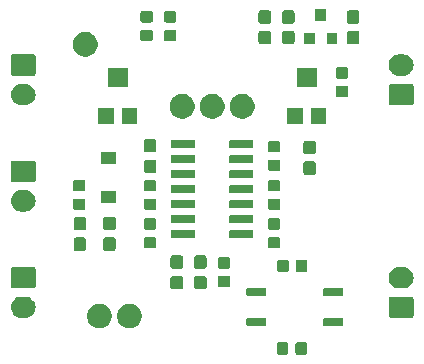
<source format=gbr>
G04 #@! TF.GenerationSoftware,KiCad,Pcbnew,5.1.5-1.fc31*
G04 #@! TF.CreationDate,2020-04-13T00:39:46+02:00*
G04 #@! TF.ProjectId,piezo_amplifier,7069657a-6f5f-4616-9d70-6c6966696572,rev?*
G04 #@! TF.SameCoordinates,Original*
G04 #@! TF.FileFunction,Soldermask,Top*
G04 #@! TF.FilePolarity,Negative*
%FSLAX46Y46*%
G04 Gerber Fmt 4.6, Leading zero omitted, Abs format (unit mm)*
G04 Created by KiCad (PCBNEW 5.1.5-1.fc31) date 2020-04-13 00:39:46*
%MOMM*%
%LPD*%
G04 APERTURE LIST*
%ADD10C,0.100000*%
G04 APERTURE END LIST*
D10*
G36*
X131304591Y-89978085D02*
G01*
X131338569Y-89988393D01*
X131369890Y-90005134D01*
X131397339Y-90027661D01*
X131419866Y-90055110D01*
X131436607Y-90086431D01*
X131446915Y-90120409D01*
X131451000Y-90161890D01*
X131451000Y-90838110D01*
X131446915Y-90879591D01*
X131436607Y-90913569D01*
X131419866Y-90944890D01*
X131397339Y-90972339D01*
X131369890Y-90994866D01*
X131338569Y-91011607D01*
X131304591Y-91021915D01*
X131263110Y-91026000D01*
X130661890Y-91026000D01*
X130620409Y-91021915D01*
X130586431Y-91011607D01*
X130555110Y-90994866D01*
X130527661Y-90972339D01*
X130505134Y-90944890D01*
X130488393Y-90913569D01*
X130478085Y-90879591D01*
X130474000Y-90838110D01*
X130474000Y-90161890D01*
X130478085Y-90120409D01*
X130488393Y-90086431D01*
X130505134Y-90055110D01*
X130527661Y-90027661D01*
X130555110Y-90005134D01*
X130586431Y-89988393D01*
X130620409Y-89978085D01*
X130661890Y-89974000D01*
X131263110Y-89974000D01*
X131304591Y-89978085D01*
G37*
G36*
X132879591Y-89978085D02*
G01*
X132913569Y-89988393D01*
X132944890Y-90005134D01*
X132972339Y-90027661D01*
X132994866Y-90055110D01*
X133011607Y-90086431D01*
X133021915Y-90120409D01*
X133026000Y-90161890D01*
X133026000Y-90838110D01*
X133021915Y-90879591D01*
X133011607Y-90913569D01*
X132994866Y-90944890D01*
X132972339Y-90972339D01*
X132944890Y-90994866D01*
X132913569Y-91011607D01*
X132879591Y-91021915D01*
X132838110Y-91026000D01*
X132236890Y-91026000D01*
X132195409Y-91021915D01*
X132161431Y-91011607D01*
X132130110Y-90994866D01*
X132102661Y-90972339D01*
X132080134Y-90944890D01*
X132063393Y-90913569D01*
X132053085Y-90879591D01*
X132049000Y-90838110D01*
X132049000Y-90161890D01*
X132053085Y-90120409D01*
X132063393Y-90086431D01*
X132080134Y-90055110D01*
X132102661Y-90027661D01*
X132130110Y-90005134D01*
X132161431Y-89988393D01*
X132195409Y-89978085D01*
X132236890Y-89974000D01*
X132838110Y-89974000D01*
X132879591Y-89978085D01*
G37*
G36*
X118306564Y-86739389D02*
G01*
X118497833Y-86818615D01*
X118497835Y-86818616D01*
X118504954Y-86823373D01*
X118669973Y-86933635D01*
X118816365Y-87080027D01*
X118931385Y-87252167D01*
X119010611Y-87443436D01*
X119051000Y-87646484D01*
X119051000Y-87853516D01*
X119010611Y-88056564D01*
X118931385Y-88247833D01*
X118931384Y-88247835D01*
X118816365Y-88419973D01*
X118669973Y-88566365D01*
X118497835Y-88681384D01*
X118497834Y-88681385D01*
X118497833Y-88681385D01*
X118306564Y-88760611D01*
X118103516Y-88801000D01*
X117896484Y-88801000D01*
X117693436Y-88760611D01*
X117502167Y-88681385D01*
X117502166Y-88681385D01*
X117502165Y-88681384D01*
X117330027Y-88566365D01*
X117183635Y-88419973D01*
X117068616Y-88247835D01*
X117068615Y-88247833D01*
X116989389Y-88056564D01*
X116949000Y-87853516D01*
X116949000Y-87646484D01*
X116989389Y-87443436D01*
X117068615Y-87252167D01*
X117183635Y-87080027D01*
X117330027Y-86933635D01*
X117495046Y-86823373D01*
X117502165Y-86818616D01*
X117502167Y-86818615D01*
X117693436Y-86739389D01*
X117896484Y-86699000D01*
X118103516Y-86699000D01*
X118306564Y-86739389D01*
G37*
G36*
X115766564Y-86739389D02*
G01*
X115957833Y-86818615D01*
X115957835Y-86818616D01*
X115964954Y-86823373D01*
X116129973Y-86933635D01*
X116276365Y-87080027D01*
X116391385Y-87252167D01*
X116470611Y-87443436D01*
X116511000Y-87646484D01*
X116511000Y-87853516D01*
X116470611Y-88056564D01*
X116391385Y-88247833D01*
X116391384Y-88247835D01*
X116276365Y-88419973D01*
X116129973Y-88566365D01*
X115957835Y-88681384D01*
X115957834Y-88681385D01*
X115957833Y-88681385D01*
X115766564Y-88760611D01*
X115563516Y-88801000D01*
X115356484Y-88801000D01*
X115153436Y-88760611D01*
X114962167Y-88681385D01*
X114962166Y-88681385D01*
X114962165Y-88681384D01*
X114790027Y-88566365D01*
X114643635Y-88419973D01*
X114528616Y-88247835D01*
X114528615Y-88247833D01*
X114449389Y-88056564D01*
X114409000Y-87853516D01*
X114409000Y-87646484D01*
X114449389Y-87443436D01*
X114528615Y-87252167D01*
X114643635Y-87080027D01*
X114790027Y-86933635D01*
X114955046Y-86823373D01*
X114962165Y-86818616D01*
X114962167Y-86818615D01*
X115153436Y-86739389D01*
X115356484Y-86699000D01*
X115563516Y-86699000D01*
X115766564Y-86739389D01*
G37*
G36*
X129519987Y-87946524D02*
G01*
X129538730Y-87952210D01*
X129555997Y-87961439D01*
X129571136Y-87973864D01*
X129583561Y-87989003D01*
X129592790Y-88006270D01*
X129598476Y-88025013D01*
X129601000Y-88050640D01*
X129601000Y-88489360D01*
X129598476Y-88514987D01*
X129592790Y-88533730D01*
X129583561Y-88550997D01*
X129571136Y-88566136D01*
X129555997Y-88578561D01*
X129538730Y-88587790D01*
X129519987Y-88593476D01*
X129494360Y-88596000D01*
X128005640Y-88596000D01*
X127980013Y-88593476D01*
X127961270Y-88587790D01*
X127944003Y-88578561D01*
X127928864Y-88566136D01*
X127916439Y-88550997D01*
X127907210Y-88533730D01*
X127901524Y-88514987D01*
X127899000Y-88489360D01*
X127899000Y-88050640D01*
X127901524Y-88025013D01*
X127907210Y-88006270D01*
X127916439Y-87989003D01*
X127928864Y-87973864D01*
X127944003Y-87961439D01*
X127961270Y-87952210D01*
X127980013Y-87946524D01*
X128005640Y-87944000D01*
X129494360Y-87944000D01*
X129519987Y-87946524D01*
G37*
G36*
X136019987Y-87946524D02*
G01*
X136038730Y-87952210D01*
X136055997Y-87961439D01*
X136071136Y-87973864D01*
X136083561Y-87989003D01*
X136092790Y-88006270D01*
X136098476Y-88025013D01*
X136101000Y-88050640D01*
X136101000Y-88489360D01*
X136098476Y-88514987D01*
X136092790Y-88533730D01*
X136083561Y-88550997D01*
X136071136Y-88566136D01*
X136055997Y-88578561D01*
X136038730Y-88587790D01*
X136019987Y-88593476D01*
X135994360Y-88596000D01*
X134505640Y-88596000D01*
X134480013Y-88593476D01*
X134461270Y-88587790D01*
X134444003Y-88578561D01*
X134428864Y-88566136D01*
X134416439Y-88550997D01*
X134407210Y-88533730D01*
X134401524Y-88514987D01*
X134399000Y-88489360D01*
X134399000Y-88050640D01*
X134401524Y-88025013D01*
X134407210Y-88006270D01*
X134416439Y-87989003D01*
X134428864Y-87973864D01*
X134444003Y-87961439D01*
X134461270Y-87952210D01*
X134480013Y-87946524D01*
X134505640Y-87944000D01*
X135994360Y-87944000D01*
X136019987Y-87946524D01*
G37*
G36*
X141908600Y-86102989D02*
G01*
X141941652Y-86113015D01*
X141972103Y-86129292D01*
X141998799Y-86151201D01*
X142020708Y-86177897D01*
X142036985Y-86208348D01*
X142047011Y-86241400D01*
X142051000Y-86281903D01*
X142051000Y-87718097D01*
X142047011Y-87758600D01*
X142036985Y-87791652D01*
X142020708Y-87822103D01*
X141998799Y-87848799D01*
X141972103Y-87870708D01*
X141941652Y-87886985D01*
X141908600Y-87897011D01*
X141868097Y-87901000D01*
X140131903Y-87901000D01*
X140091400Y-87897011D01*
X140058348Y-87886985D01*
X140027897Y-87870708D01*
X140001201Y-87848799D01*
X139979292Y-87822103D01*
X139963015Y-87791652D01*
X139952989Y-87758600D01*
X139949000Y-87718097D01*
X139949000Y-86281903D01*
X139952989Y-86241400D01*
X139963015Y-86208348D01*
X139979292Y-86177897D01*
X140001201Y-86151201D01*
X140027897Y-86129292D01*
X140058348Y-86113015D01*
X140091400Y-86102989D01*
X140131903Y-86099000D01*
X141868097Y-86099000D01*
X141908600Y-86102989D01*
G37*
G36*
X109234760Y-86102989D02*
G01*
X109326627Y-86112037D01*
X109496466Y-86163557D01*
X109652991Y-86247222D01*
X109688729Y-86276552D01*
X109790186Y-86359814D01*
X109873448Y-86461271D01*
X109902778Y-86497009D01*
X109986443Y-86653534D01*
X110037963Y-86823373D01*
X110055359Y-87000000D01*
X110037963Y-87176627D01*
X109986443Y-87346466D01*
X109902778Y-87502991D01*
X109873448Y-87538729D01*
X109790186Y-87640186D01*
X109695250Y-87718097D01*
X109652991Y-87752778D01*
X109496466Y-87836443D01*
X109326627Y-87887963D01*
X109260443Y-87894481D01*
X109194260Y-87901000D01*
X108805740Y-87901000D01*
X108739557Y-87894481D01*
X108673373Y-87887963D01*
X108503534Y-87836443D01*
X108347009Y-87752778D01*
X108304750Y-87718097D01*
X108209814Y-87640186D01*
X108126552Y-87538729D01*
X108097222Y-87502991D01*
X108013557Y-87346466D01*
X107962037Y-87176627D01*
X107944641Y-87000000D01*
X107962037Y-86823373D01*
X108013557Y-86653534D01*
X108097222Y-86497009D01*
X108126552Y-86461271D01*
X108209814Y-86359814D01*
X108311271Y-86276552D01*
X108347009Y-86247222D01*
X108503534Y-86163557D01*
X108673373Y-86112037D01*
X108765240Y-86102989D01*
X108805740Y-86099000D01*
X109194260Y-86099000D01*
X109234760Y-86102989D01*
G37*
G36*
X136019987Y-85406524D02*
G01*
X136038730Y-85412210D01*
X136055997Y-85421439D01*
X136071136Y-85433864D01*
X136083561Y-85449003D01*
X136092790Y-85466270D01*
X136098476Y-85485013D01*
X136101000Y-85510640D01*
X136101000Y-85949360D01*
X136098476Y-85974987D01*
X136092790Y-85993730D01*
X136083561Y-86010997D01*
X136071136Y-86026136D01*
X136055997Y-86038561D01*
X136038730Y-86047790D01*
X136019987Y-86053476D01*
X135994360Y-86056000D01*
X134505640Y-86056000D01*
X134480013Y-86053476D01*
X134461270Y-86047790D01*
X134444003Y-86038561D01*
X134428864Y-86026136D01*
X134416439Y-86010997D01*
X134407210Y-85993730D01*
X134401524Y-85974987D01*
X134399000Y-85949360D01*
X134399000Y-85510640D01*
X134401524Y-85485013D01*
X134407210Y-85466270D01*
X134416439Y-85449003D01*
X134428864Y-85433864D01*
X134444003Y-85421439D01*
X134461270Y-85412210D01*
X134480013Y-85406524D01*
X134505640Y-85404000D01*
X135994360Y-85404000D01*
X136019987Y-85406524D01*
G37*
G36*
X129519987Y-85406524D02*
G01*
X129538730Y-85412210D01*
X129555997Y-85421439D01*
X129571136Y-85433864D01*
X129583561Y-85449003D01*
X129592790Y-85466270D01*
X129598476Y-85485013D01*
X129601000Y-85510640D01*
X129601000Y-85949360D01*
X129598476Y-85974987D01*
X129592790Y-85993730D01*
X129583561Y-86010997D01*
X129571136Y-86026136D01*
X129555997Y-86038561D01*
X129538730Y-86047790D01*
X129519987Y-86053476D01*
X129494360Y-86056000D01*
X128005640Y-86056000D01*
X127980013Y-86053476D01*
X127961270Y-86047790D01*
X127944003Y-86038561D01*
X127928864Y-86026136D01*
X127916439Y-86010997D01*
X127907210Y-85993730D01*
X127901524Y-85974987D01*
X127899000Y-85949360D01*
X127899000Y-85510640D01*
X127901524Y-85485013D01*
X127907210Y-85466270D01*
X127916439Y-85449003D01*
X127928864Y-85433864D01*
X127944003Y-85421439D01*
X127961270Y-85412210D01*
X127980013Y-85406524D01*
X128005640Y-85404000D01*
X129494360Y-85404000D01*
X129519987Y-85406524D01*
G37*
G36*
X124364499Y-84353445D02*
G01*
X124401995Y-84364820D01*
X124436554Y-84383292D01*
X124466847Y-84408153D01*
X124491708Y-84438446D01*
X124510180Y-84473005D01*
X124521555Y-84510501D01*
X124526000Y-84555638D01*
X124526000Y-85294362D01*
X124521555Y-85339499D01*
X124510180Y-85376995D01*
X124491708Y-85411554D01*
X124466847Y-85441847D01*
X124436554Y-85466708D01*
X124401995Y-85485180D01*
X124364499Y-85496555D01*
X124319362Y-85501000D01*
X123680638Y-85501000D01*
X123635501Y-85496555D01*
X123598005Y-85485180D01*
X123563446Y-85466708D01*
X123533153Y-85441847D01*
X123508292Y-85411554D01*
X123489820Y-85376995D01*
X123478445Y-85339499D01*
X123474000Y-85294362D01*
X123474000Y-84555638D01*
X123478445Y-84510501D01*
X123489820Y-84473005D01*
X123508292Y-84438446D01*
X123533153Y-84408153D01*
X123563446Y-84383292D01*
X123598005Y-84364820D01*
X123635501Y-84353445D01*
X123680638Y-84349000D01*
X124319362Y-84349000D01*
X124364499Y-84353445D01*
G37*
G36*
X122364499Y-84353445D02*
G01*
X122401995Y-84364820D01*
X122436554Y-84383292D01*
X122466847Y-84408153D01*
X122491708Y-84438446D01*
X122510180Y-84473005D01*
X122521555Y-84510501D01*
X122526000Y-84555638D01*
X122526000Y-85294362D01*
X122521555Y-85339499D01*
X122510180Y-85376995D01*
X122491708Y-85411554D01*
X122466847Y-85441847D01*
X122436554Y-85466708D01*
X122401995Y-85485180D01*
X122364499Y-85496555D01*
X122319362Y-85501000D01*
X121680638Y-85501000D01*
X121635501Y-85496555D01*
X121598005Y-85485180D01*
X121563446Y-85466708D01*
X121533153Y-85441847D01*
X121508292Y-85411554D01*
X121489820Y-85376995D01*
X121478445Y-85339499D01*
X121474000Y-85294362D01*
X121474000Y-84555638D01*
X121478445Y-84510501D01*
X121489820Y-84473005D01*
X121508292Y-84438446D01*
X121533153Y-84408153D01*
X121563446Y-84383292D01*
X121598005Y-84364820D01*
X121635501Y-84353445D01*
X121680638Y-84349000D01*
X122319362Y-84349000D01*
X122364499Y-84353445D01*
G37*
G36*
X141260442Y-83605518D02*
G01*
X141326627Y-83612037D01*
X141496466Y-83663557D01*
X141496468Y-83663558D01*
X141559667Y-83697339D01*
X141652991Y-83747222D01*
X141688729Y-83776552D01*
X141790186Y-83859814D01*
X141837484Y-83917448D01*
X141902778Y-83997009D01*
X141986443Y-84153534D01*
X142037963Y-84323373D01*
X142055359Y-84500000D01*
X142037963Y-84676627D01*
X141986443Y-84846466D01*
X141902778Y-85002991D01*
X141873448Y-85038729D01*
X141790186Y-85140186D01*
X141695250Y-85218097D01*
X141652991Y-85252778D01*
X141496466Y-85336443D01*
X141326627Y-85387963D01*
X141260443Y-85394481D01*
X141194260Y-85401000D01*
X140805740Y-85401000D01*
X140739557Y-85394481D01*
X140673373Y-85387963D01*
X140503534Y-85336443D01*
X140347009Y-85252778D01*
X140304750Y-85218097D01*
X140209814Y-85140186D01*
X140126552Y-85038729D01*
X140097222Y-85002991D01*
X140013557Y-84846466D01*
X139962037Y-84676627D01*
X139944641Y-84500000D01*
X139962037Y-84323373D01*
X140013557Y-84153534D01*
X140097222Y-83997009D01*
X140162516Y-83917448D01*
X140209814Y-83859814D01*
X140311271Y-83776552D01*
X140347009Y-83747222D01*
X140440333Y-83697339D01*
X140503532Y-83663558D01*
X140503534Y-83663557D01*
X140673373Y-83612037D01*
X140739558Y-83605518D01*
X140805740Y-83599000D01*
X141194260Y-83599000D01*
X141260442Y-83605518D01*
G37*
G36*
X109908600Y-83602989D02*
G01*
X109941652Y-83613015D01*
X109972103Y-83629292D01*
X109998799Y-83651201D01*
X110020708Y-83677897D01*
X110036985Y-83708348D01*
X110047011Y-83741400D01*
X110051000Y-83781903D01*
X110051000Y-85218097D01*
X110047011Y-85258600D01*
X110036985Y-85291652D01*
X110020708Y-85322103D01*
X109998799Y-85348799D01*
X109972103Y-85370708D01*
X109941652Y-85386985D01*
X109908600Y-85397011D01*
X109868097Y-85401000D01*
X108131903Y-85401000D01*
X108091400Y-85397011D01*
X108058348Y-85386985D01*
X108027897Y-85370708D01*
X108001201Y-85348799D01*
X107979292Y-85322103D01*
X107963015Y-85291652D01*
X107952989Y-85258600D01*
X107949000Y-85218097D01*
X107949000Y-83781903D01*
X107952989Y-83741400D01*
X107963015Y-83708348D01*
X107979292Y-83677897D01*
X108001201Y-83651201D01*
X108027897Y-83629292D01*
X108058348Y-83613015D01*
X108091400Y-83602989D01*
X108131903Y-83599000D01*
X109868097Y-83599000D01*
X109908600Y-83602989D01*
G37*
G36*
X126379591Y-84353085D02*
G01*
X126413569Y-84363393D01*
X126444890Y-84380134D01*
X126472339Y-84402661D01*
X126494866Y-84430110D01*
X126511607Y-84461431D01*
X126521915Y-84495409D01*
X126526000Y-84536890D01*
X126526000Y-85138110D01*
X126521915Y-85179591D01*
X126511607Y-85213569D01*
X126494866Y-85244890D01*
X126472339Y-85272339D01*
X126444890Y-85294866D01*
X126413569Y-85311607D01*
X126379591Y-85321915D01*
X126338110Y-85326000D01*
X125661890Y-85326000D01*
X125620409Y-85321915D01*
X125586431Y-85311607D01*
X125555110Y-85294866D01*
X125527661Y-85272339D01*
X125505134Y-85244890D01*
X125488393Y-85213569D01*
X125478085Y-85179591D01*
X125474000Y-85138110D01*
X125474000Y-84536890D01*
X125478085Y-84495409D01*
X125488393Y-84461431D01*
X125505134Y-84430110D01*
X125527661Y-84402661D01*
X125555110Y-84380134D01*
X125586431Y-84363393D01*
X125620409Y-84353085D01*
X125661890Y-84349000D01*
X126338110Y-84349000D01*
X126379591Y-84353085D01*
G37*
G36*
X132917091Y-82978085D02*
G01*
X132951069Y-82988393D01*
X132982390Y-83005134D01*
X133009839Y-83027661D01*
X133032366Y-83055110D01*
X133049107Y-83086431D01*
X133059415Y-83120409D01*
X133063500Y-83161890D01*
X133063500Y-83838110D01*
X133059415Y-83879591D01*
X133049107Y-83913569D01*
X133032366Y-83944890D01*
X133009839Y-83972339D01*
X132982390Y-83994866D01*
X132951069Y-84011607D01*
X132917091Y-84021915D01*
X132875610Y-84026000D01*
X132274390Y-84026000D01*
X132232909Y-84021915D01*
X132198931Y-84011607D01*
X132167610Y-83994866D01*
X132140161Y-83972339D01*
X132117634Y-83944890D01*
X132100893Y-83913569D01*
X132090585Y-83879591D01*
X132086500Y-83838110D01*
X132086500Y-83161890D01*
X132090585Y-83120409D01*
X132100893Y-83086431D01*
X132117634Y-83055110D01*
X132140161Y-83027661D01*
X132167610Y-83005134D01*
X132198931Y-82988393D01*
X132232909Y-82978085D01*
X132274390Y-82974000D01*
X132875610Y-82974000D01*
X132917091Y-82978085D01*
G37*
G36*
X131342091Y-82978085D02*
G01*
X131376069Y-82988393D01*
X131407390Y-83005134D01*
X131434839Y-83027661D01*
X131457366Y-83055110D01*
X131474107Y-83086431D01*
X131484415Y-83120409D01*
X131488500Y-83161890D01*
X131488500Y-83838110D01*
X131484415Y-83879591D01*
X131474107Y-83913569D01*
X131457366Y-83944890D01*
X131434839Y-83972339D01*
X131407390Y-83994866D01*
X131376069Y-84011607D01*
X131342091Y-84021915D01*
X131300610Y-84026000D01*
X130699390Y-84026000D01*
X130657909Y-84021915D01*
X130623931Y-84011607D01*
X130592610Y-83994866D01*
X130565161Y-83972339D01*
X130542634Y-83944890D01*
X130525893Y-83913569D01*
X130515585Y-83879591D01*
X130511500Y-83838110D01*
X130511500Y-83161890D01*
X130515585Y-83120409D01*
X130525893Y-83086431D01*
X130542634Y-83055110D01*
X130565161Y-83027661D01*
X130592610Y-83005134D01*
X130623931Y-82988393D01*
X130657909Y-82978085D01*
X130699390Y-82974000D01*
X131300610Y-82974000D01*
X131342091Y-82978085D01*
G37*
G36*
X122364499Y-82603445D02*
G01*
X122401995Y-82614820D01*
X122436554Y-82633292D01*
X122466847Y-82658153D01*
X122491708Y-82688446D01*
X122510180Y-82723005D01*
X122521555Y-82760501D01*
X122526000Y-82805638D01*
X122526000Y-83544362D01*
X122521555Y-83589499D01*
X122510180Y-83626995D01*
X122491708Y-83661554D01*
X122466847Y-83691847D01*
X122436554Y-83716708D01*
X122401995Y-83735180D01*
X122364499Y-83746555D01*
X122319362Y-83751000D01*
X121680638Y-83751000D01*
X121635501Y-83746555D01*
X121598005Y-83735180D01*
X121563446Y-83716708D01*
X121533153Y-83691847D01*
X121508292Y-83661554D01*
X121489820Y-83626995D01*
X121478445Y-83589499D01*
X121474000Y-83544362D01*
X121474000Y-82805638D01*
X121478445Y-82760501D01*
X121489820Y-82723005D01*
X121508292Y-82688446D01*
X121533153Y-82658153D01*
X121563446Y-82633292D01*
X121598005Y-82614820D01*
X121635501Y-82603445D01*
X121680638Y-82599000D01*
X122319362Y-82599000D01*
X122364499Y-82603445D01*
G37*
G36*
X126379591Y-82778085D02*
G01*
X126413569Y-82788393D01*
X126444890Y-82805134D01*
X126472339Y-82827661D01*
X126494866Y-82855110D01*
X126511607Y-82886431D01*
X126521915Y-82920409D01*
X126526000Y-82961890D01*
X126526000Y-83563110D01*
X126521915Y-83604591D01*
X126511607Y-83638569D01*
X126494866Y-83669890D01*
X126472339Y-83697339D01*
X126444890Y-83719866D01*
X126413569Y-83736607D01*
X126379591Y-83746915D01*
X126338110Y-83751000D01*
X125661890Y-83751000D01*
X125620409Y-83746915D01*
X125586431Y-83736607D01*
X125555110Y-83719866D01*
X125527661Y-83697339D01*
X125505134Y-83669890D01*
X125488393Y-83638569D01*
X125478085Y-83604591D01*
X125474000Y-83563110D01*
X125474000Y-82961890D01*
X125478085Y-82920409D01*
X125488393Y-82886431D01*
X125505134Y-82855110D01*
X125527661Y-82827661D01*
X125555110Y-82805134D01*
X125586431Y-82788393D01*
X125620409Y-82778085D01*
X125661890Y-82774000D01*
X126338110Y-82774000D01*
X126379591Y-82778085D01*
G37*
G36*
X124364499Y-82603445D02*
G01*
X124401995Y-82614820D01*
X124436554Y-82633292D01*
X124466847Y-82658153D01*
X124491708Y-82688446D01*
X124510180Y-82723005D01*
X124521555Y-82760501D01*
X124526000Y-82805638D01*
X124526000Y-83544362D01*
X124521555Y-83589499D01*
X124510180Y-83626995D01*
X124491708Y-83661554D01*
X124466847Y-83691847D01*
X124436554Y-83716708D01*
X124401995Y-83735180D01*
X124364499Y-83746555D01*
X124319362Y-83751000D01*
X123680638Y-83751000D01*
X123635501Y-83746555D01*
X123598005Y-83735180D01*
X123563446Y-83716708D01*
X123533153Y-83691847D01*
X123508292Y-83661554D01*
X123489820Y-83626995D01*
X123478445Y-83589499D01*
X123474000Y-83544362D01*
X123474000Y-82805638D01*
X123478445Y-82760501D01*
X123489820Y-82723005D01*
X123508292Y-82688446D01*
X123533153Y-82658153D01*
X123563446Y-82633292D01*
X123598005Y-82614820D01*
X123635501Y-82603445D01*
X123680638Y-82599000D01*
X124319362Y-82599000D01*
X124364499Y-82603445D01*
G37*
G36*
X114164499Y-81103445D02*
G01*
X114201995Y-81114820D01*
X114236554Y-81133292D01*
X114266847Y-81158153D01*
X114291708Y-81188446D01*
X114310180Y-81223005D01*
X114321555Y-81260501D01*
X114326000Y-81305638D01*
X114326000Y-82044362D01*
X114321555Y-82089499D01*
X114310180Y-82126995D01*
X114291708Y-82161554D01*
X114266847Y-82191847D01*
X114236554Y-82216708D01*
X114201995Y-82235180D01*
X114164499Y-82246555D01*
X114119362Y-82251000D01*
X113480638Y-82251000D01*
X113435501Y-82246555D01*
X113398005Y-82235180D01*
X113363446Y-82216708D01*
X113333153Y-82191847D01*
X113308292Y-82161554D01*
X113289820Y-82126995D01*
X113278445Y-82089499D01*
X113274000Y-82044362D01*
X113274000Y-81305638D01*
X113278445Y-81260501D01*
X113289820Y-81223005D01*
X113308292Y-81188446D01*
X113333153Y-81158153D01*
X113363446Y-81133292D01*
X113398005Y-81114820D01*
X113435501Y-81103445D01*
X113480638Y-81099000D01*
X114119362Y-81099000D01*
X114164499Y-81103445D01*
G37*
G36*
X116664499Y-81078445D02*
G01*
X116701995Y-81089820D01*
X116736554Y-81108292D01*
X116766847Y-81133153D01*
X116791708Y-81163446D01*
X116810180Y-81198005D01*
X116821555Y-81235501D01*
X116826000Y-81280638D01*
X116826000Y-82019362D01*
X116821555Y-82064499D01*
X116810180Y-82101995D01*
X116791708Y-82136554D01*
X116766847Y-82166847D01*
X116736554Y-82191708D01*
X116701995Y-82210180D01*
X116664499Y-82221555D01*
X116619362Y-82226000D01*
X115980638Y-82226000D01*
X115935501Y-82221555D01*
X115898005Y-82210180D01*
X115863446Y-82191708D01*
X115833153Y-82166847D01*
X115808292Y-82136554D01*
X115789820Y-82101995D01*
X115778445Y-82064499D01*
X115774000Y-82019362D01*
X115774000Y-81280638D01*
X115778445Y-81235501D01*
X115789820Y-81198005D01*
X115808292Y-81163446D01*
X115833153Y-81133153D01*
X115863446Y-81108292D01*
X115898005Y-81089820D01*
X115935501Y-81078445D01*
X115980638Y-81074000D01*
X116619362Y-81074000D01*
X116664499Y-81078445D01*
G37*
G36*
X130629591Y-81053085D02*
G01*
X130663569Y-81063393D01*
X130694890Y-81080134D01*
X130722339Y-81102661D01*
X130744866Y-81130110D01*
X130761607Y-81161431D01*
X130771915Y-81195409D01*
X130776000Y-81236890D01*
X130776000Y-81838110D01*
X130771915Y-81879591D01*
X130761607Y-81913569D01*
X130744866Y-81944890D01*
X130722339Y-81972339D01*
X130694890Y-81994866D01*
X130663569Y-82011607D01*
X130629591Y-82021915D01*
X130588110Y-82026000D01*
X129911890Y-82026000D01*
X129870409Y-82021915D01*
X129836431Y-82011607D01*
X129805110Y-81994866D01*
X129777661Y-81972339D01*
X129755134Y-81944890D01*
X129738393Y-81913569D01*
X129728085Y-81879591D01*
X129724000Y-81838110D01*
X129724000Y-81236890D01*
X129728085Y-81195409D01*
X129738393Y-81161431D01*
X129755134Y-81130110D01*
X129777661Y-81102661D01*
X129805110Y-81080134D01*
X129836431Y-81063393D01*
X129870409Y-81053085D01*
X129911890Y-81049000D01*
X130588110Y-81049000D01*
X130629591Y-81053085D01*
G37*
G36*
X120129591Y-81053085D02*
G01*
X120163569Y-81063393D01*
X120194890Y-81080134D01*
X120222339Y-81102661D01*
X120244866Y-81130110D01*
X120261607Y-81161431D01*
X120271915Y-81195409D01*
X120276000Y-81236890D01*
X120276000Y-81838110D01*
X120271915Y-81879591D01*
X120261607Y-81913569D01*
X120244866Y-81944890D01*
X120222339Y-81972339D01*
X120194890Y-81994866D01*
X120163569Y-82011607D01*
X120129591Y-82021915D01*
X120088110Y-82026000D01*
X119411890Y-82026000D01*
X119370409Y-82021915D01*
X119336431Y-82011607D01*
X119305110Y-81994866D01*
X119277661Y-81972339D01*
X119255134Y-81944890D01*
X119238393Y-81913569D01*
X119228085Y-81879591D01*
X119224000Y-81838110D01*
X119224000Y-81236890D01*
X119228085Y-81195409D01*
X119238393Y-81161431D01*
X119255134Y-81130110D01*
X119277661Y-81102661D01*
X119305110Y-81080134D01*
X119336431Y-81063393D01*
X119370409Y-81053085D01*
X119411890Y-81049000D01*
X120088110Y-81049000D01*
X120129591Y-81053085D01*
G37*
G36*
X123459928Y-80461764D02*
G01*
X123481009Y-80468160D01*
X123500445Y-80478548D01*
X123517476Y-80492524D01*
X123531452Y-80509555D01*
X123541840Y-80528991D01*
X123548236Y-80550072D01*
X123551000Y-80578140D01*
X123551000Y-81041860D01*
X123548236Y-81069928D01*
X123541840Y-81091009D01*
X123531452Y-81110445D01*
X123517476Y-81127476D01*
X123500445Y-81141452D01*
X123481009Y-81151840D01*
X123459928Y-81158236D01*
X123431860Y-81161000D01*
X121618140Y-81161000D01*
X121590072Y-81158236D01*
X121568991Y-81151840D01*
X121549555Y-81141452D01*
X121532524Y-81127476D01*
X121518548Y-81110445D01*
X121508160Y-81091009D01*
X121501764Y-81069928D01*
X121499000Y-81041860D01*
X121499000Y-80578140D01*
X121501764Y-80550072D01*
X121508160Y-80528991D01*
X121518548Y-80509555D01*
X121532524Y-80492524D01*
X121549555Y-80478548D01*
X121568991Y-80468160D01*
X121590072Y-80461764D01*
X121618140Y-80459000D01*
X123431860Y-80459000D01*
X123459928Y-80461764D01*
G37*
G36*
X128409928Y-80461764D02*
G01*
X128431009Y-80468160D01*
X128450445Y-80478548D01*
X128467476Y-80492524D01*
X128481452Y-80509555D01*
X128491840Y-80528991D01*
X128498236Y-80550072D01*
X128501000Y-80578140D01*
X128501000Y-81041860D01*
X128498236Y-81069928D01*
X128491840Y-81091009D01*
X128481452Y-81110445D01*
X128467476Y-81127476D01*
X128450445Y-81141452D01*
X128431009Y-81151840D01*
X128409928Y-81158236D01*
X128381860Y-81161000D01*
X126568140Y-81161000D01*
X126540072Y-81158236D01*
X126518991Y-81151840D01*
X126499555Y-81141452D01*
X126482524Y-81127476D01*
X126468548Y-81110445D01*
X126458160Y-81091009D01*
X126451764Y-81069928D01*
X126449000Y-81041860D01*
X126449000Y-80578140D01*
X126451764Y-80550072D01*
X126458160Y-80528991D01*
X126468548Y-80509555D01*
X126482524Y-80492524D01*
X126499555Y-80478548D01*
X126518991Y-80468160D01*
X126540072Y-80461764D01*
X126568140Y-80459000D01*
X128381860Y-80459000D01*
X128409928Y-80461764D01*
G37*
G36*
X114164499Y-79353445D02*
G01*
X114201995Y-79364820D01*
X114236554Y-79383292D01*
X114266847Y-79408153D01*
X114291708Y-79438446D01*
X114310180Y-79473005D01*
X114321555Y-79510501D01*
X114326000Y-79555638D01*
X114326000Y-80294362D01*
X114321555Y-80339499D01*
X114310180Y-80376995D01*
X114291708Y-80411554D01*
X114266847Y-80441847D01*
X114236554Y-80466708D01*
X114201995Y-80485180D01*
X114164499Y-80496555D01*
X114119362Y-80501000D01*
X113480638Y-80501000D01*
X113435501Y-80496555D01*
X113398005Y-80485180D01*
X113363446Y-80466708D01*
X113333153Y-80441847D01*
X113308292Y-80411554D01*
X113289820Y-80376995D01*
X113278445Y-80339499D01*
X113274000Y-80294362D01*
X113274000Y-79555638D01*
X113278445Y-79510501D01*
X113289820Y-79473005D01*
X113308292Y-79438446D01*
X113333153Y-79408153D01*
X113363446Y-79383292D01*
X113398005Y-79364820D01*
X113435501Y-79353445D01*
X113480638Y-79349000D01*
X114119362Y-79349000D01*
X114164499Y-79353445D01*
G37*
G36*
X116664499Y-79328445D02*
G01*
X116701995Y-79339820D01*
X116736554Y-79358292D01*
X116766847Y-79383153D01*
X116791708Y-79413446D01*
X116810180Y-79448005D01*
X116821555Y-79485501D01*
X116826000Y-79530638D01*
X116826000Y-80269362D01*
X116821555Y-80314499D01*
X116810180Y-80351995D01*
X116791708Y-80386554D01*
X116766847Y-80416847D01*
X116736554Y-80441708D01*
X116701995Y-80460180D01*
X116664499Y-80471555D01*
X116619362Y-80476000D01*
X115980638Y-80476000D01*
X115935501Y-80471555D01*
X115898005Y-80460180D01*
X115863446Y-80441708D01*
X115833153Y-80416847D01*
X115808292Y-80386554D01*
X115789820Y-80351995D01*
X115778445Y-80314499D01*
X115774000Y-80269362D01*
X115774000Y-79530638D01*
X115778445Y-79485501D01*
X115789820Y-79448005D01*
X115808292Y-79413446D01*
X115833153Y-79383153D01*
X115863446Y-79358292D01*
X115898005Y-79339820D01*
X115935501Y-79328445D01*
X115980638Y-79324000D01*
X116619362Y-79324000D01*
X116664499Y-79328445D01*
G37*
G36*
X130629591Y-79478085D02*
G01*
X130663569Y-79488393D01*
X130694890Y-79505134D01*
X130722339Y-79527661D01*
X130744866Y-79555110D01*
X130761607Y-79586431D01*
X130771915Y-79620409D01*
X130776000Y-79661890D01*
X130776000Y-80263110D01*
X130771915Y-80304591D01*
X130761607Y-80338569D01*
X130744866Y-80369890D01*
X130722339Y-80397339D01*
X130694890Y-80419866D01*
X130663569Y-80436607D01*
X130629591Y-80446915D01*
X130588110Y-80451000D01*
X129911890Y-80451000D01*
X129870409Y-80446915D01*
X129836431Y-80436607D01*
X129805110Y-80419866D01*
X129777661Y-80397339D01*
X129755134Y-80369890D01*
X129738393Y-80338569D01*
X129728085Y-80304591D01*
X129724000Y-80263110D01*
X129724000Y-79661890D01*
X129728085Y-79620409D01*
X129738393Y-79586431D01*
X129755134Y-79555110D01*
X129777661Y-79527661D01*
X129805110Y-79505134D01*
X129836431Y-79488393D01*
X129870409Y-79478085D01*
X129911890Y-79474000D01*
X130588110Y-79474000D01*
X130629591Y-79478085D01*
G37*
G36*
X120129591Y-79478085D02*
G01*
X120163569Y-79488393D01*
X120194890Y-79505134D01*
X120222339Y-79527661D01*
X120244866Y-79555110D01*
X120261607Y-79586431D01*
X120271915Y-79620409D01*
X120276000Y-79661890D01*
X120276000Y-80263110D01*
X120271915Y-80304591D01*
X120261607Y-80338569D01*
X120244866Y-80369890D01*
X120222339Y-80397339D01*
X120194890Y-80419866D01*
X120163569Y-80436607D01*
X120129591Y-80446915D01*
X120088110Y-80451000D01*
X119411890Y-80451000D01*
X119370409Y-80446915D01*
X119336431Y-80436607D01*
X119305110Y-80419866D01*
X119277661Y-80397339D01*
X119255134Y-80369890D01*
X119238393Y-80338569D01*
X119228085Y-80304591D01*
X119224000Y-80263110D01*
X119224000Y-79661890D01*
X119228085Y-79620409D01*
X119238393Y-79586431D01*
X119255134Y-79555110D01*
X119277661Y-79527661D01*
X119305110Y-79505134D01*
X119336431Y-79488393D01*
X119370409Y-79478085D01*
X119411890Y-79474000D01*
X120088110Y-79474000D01*
X120129591Y-79478085D01*
G37*
G36*
X123459928Y-79191764D02*
G01*
X123481009Y-79198160D01*
X123500445Y-79208548D01*
X123517476Y-79222524D01*
X123531452Y-79239555D01*
X123541840Y-79258991D01*
X123548236Y-79280072D01*
X123551000Y-79308140D01*
X123551000Y-79771860D01*
X123548236Y-79799928D01*
X123541840Y-79821009D01*
X123531452Y-79840445D01*
X123517476Y-79857476D01*
X123500445Y-79871452D01*
X123481009Y-79881840D01*
X123459928Y-79888236D01*
X123431860Y-79891000D01*
X121618140Y-79891000D01*
X121590072Y-79888236D01*
X121568991Y-79881840D01*
X121549555Y-79871452D01*
X121532524Y-79857476D01*
X121518548Y-79840445D01*
X121508160Y-79821009D01*
X121501764Y-79799928D01*
X121499000Y-79771860D01*
X121499000Y-79308140D01*
X121501764Y-79280072D01*
X121508160Y-79258991D01*
X121518548Y-79239555D01*
X121532524Y-79222524D01*
X121549555Y-79208548D01*
X121568991Y-79198160D01*
X121590072Y-79191764D01*
X121618140Y-79189000D01*
X123431860Y-79189000D01*
X123459928Y-79191764D01*
G37*
G36*
X128409928Y-79191764D02*
G01*
X128431009Y-79198160D01*
X128450445Y-79208548D01*
X128467476Y-79222524D01*
X128481452Y-79239555D01*
X128491840Y-79258991D01*
X128498236Y-79280072D01*
X128501000Y-79308140D01*
X128501000Y-79771860D01*
X128498236Y-79799928D01*
X128491840Y-79821009D01*
X128481452Y-79840445D01*
X128467476Y-79857476D01*
X128450445Y-79871452D01*
X128431009Y-79881840D01*
X128409928Y-79888236D01*
X128381860Y-79891000D01*
X126568140Y-79891000D01*
X126540072Y-79888236D01*
X126518991Y-79881840D01*
X126499555Y-79871452D01*
X126482524Y-79857476D01*
X126468548Y-79840445D01*
X126458160Y-79821009D01*
X126451764Y-79799928D01*
X126449000Y-79771860D01*
X126449000Y-79308140D01*
X126451764Y-79280072D01*
X126458160Y-79258991D01*
X126468548Y-79239555D01*
X126482524Y-79222524D01*
X126499555Y-79208548D01*
X126518991Y-79198160D01*
X126540072Y-79191764D01*
X126568140Y-79189000D01*
X128381860Y-79189000D01*
X128409928Y-79191764D01*
G37*
G36*
X109260442Y-77105518D02*
G01*
X109326627Y-77112037D01*
X109496466Y-77163557D01*
X109496468Y-77163558D01*
X109539589Y-77186607D01*
X109652991Y-77247222D01*
X109668473Y-77259928D01*
X109790186Y-77359814D01*
X109873448Y-77461271D01*
X109902778Y-77497009D01*
X109986443Y-77653534D01*
X110037963Y-77823373D01*
X110055359Y-78000000D01*
X110037963Y-78176627D01*
X109986443Y-78346466D01*
X109902778Y-78502991D01*
X109894842Y-78512661D01*
X109790186Y-78640186D01*
X109690081Y-78722339D01*
X109652991Y-78752778D01*
X109496466Y-78836443D01*
X109326627Y-78887963D01*
X109260442Y-78894482D01*
X109194260Y-78901000D01*
X108805740Y-78901000D01*
X108739558Y-78894482D01*
X108673373Y-78887963D01*
X108503534Y-78836443D01*
X108347009Y-78752778D01*
X108309919Y-78722339D01*
X108209814Y-78640186D01*
X108105158Y-78512661D01*
X108097222Y-78502991D01*
X108013557Y-78346466D01*
X107962037Y-78176627D01*
X107944641Y-78000000D01*
X107962037Y-77823373D01*
X108013557Y-77653534D01*
X108097222Y-77497009D01*
X108126552Y-77461271D01*
X108209814Y-77359814D01*
X108331527Y-77259928D01*
X108347009Y-77247222D01*
X108460411Y-77186607D01*
X108503532Y-77163558D01*
X108503534Y-77163557D01*
X108673373Y-77112037D01*
X108739558Y-77105518D01*
X108805740Y-77099000D01*
X109194260Y-77099000D01*
X109260442Y-77105518D01*
G37*
G36*
X120129591Y-77803085D02*
G01*
X120163569Y-77813393D01*
X120194890Y-77830134D01*
X120222339Y-77852661D01*
X120244866Y-77880110D01*
X120261607Y-77911431D01*
X120271915Y-77945409D01*
X120276000Y-77986890D01*
X120276000Y-78588110D01*
X120271915Y-78629591D01*
X120261607Y-78663569D01*
X120244866Y-78694890D01*
X120222339Y-78722339D01*
X120194890Y-78744866D01*
X120163569Y-78761607D01*
X120129591Y-78771915D01*
X120088110Y-78776000D01*
X119411890Y-78776000D01*
X119370409Y-78771915D01*
X119336431Y-78761607D01*
X119305110Y-78744866D01*
X119277661Y-78722339D01*
X119255134Y-78694890D01*
X119238393Y-78663569D01*
X119228085Y-78629591D01*
X119224000Y-78588110D01*
X119224000Y-77986890D01*
X119228085Y-77945409D01*
X119238393Y-77911431D01*
X119255134Y-77880110D01*
X119277661Y-77852661D01*
X119305110Y-77830134D01*
X119336431Y-77813393D01*
X119370409Y-77803085D01*
X119411890Y-77799000D01*
X120088110Y-77799000D01*
X120129591Y-77803085D01*
G37*
G36*
X130629591Y-77803085D02*
G01*
X130663569Y-77813393D01*
X130694890Y-77830134D01*
X130722339Y-77852661D01*
X130744866Y-77880110D01*
X130761607Y-77911431D01*
X130771915Y-77945409D01*
X130776000Y-77986890D01*
X130776000Y-78588110D01*
X130771915Y-78629591D01*
X130761607Y-78663569D01*
X130744866Y-78694890D01*
X130722339Y-78722339D01*
X130694890Y-78744866D01*
X130663569Y-78761607D01*
X130629591Y-78771915D01*
X130588110Y-78776000D01*
X129911890Y-78776000D01*
X129870409Y-78771915D01*
X129836431Y-78761607D01*
X129805110Y-78744866D01*
X129777661Y-78722339D01*
X129755134Y-78694890D01*
X129738393Y-78663569D01*
X129728085Y-78629591D01*
X129724000Y-78588110D01*
X129724000Y-77986890D01*
X129728085Y-77945409D01*
X129738393Y-77911431D01*
X129755134Y-77880110D01*
X129777661Y-77852661D01*
X129805110Y-77830134D01*
X129836431Y-77813393D01*
X129870409Y-77803085D01*
X129911890Y-77799000D01*
X130588110Y-77799000D01*
X130629591Y-77803085D01*
G37*
G36*
X114129591Y-77803085D02*
G01*
X114163569Y-77813393D01*
X114194890Y-77830134D01*
X114222339Y-77852661D01*
X114244866Y-77880110D01*
X114261607Y-77911431D01*
X114271915Y-77945409D01*
X114276000Y-77986890D01*
X114276000Y-78588110D01*
X114271915Y-78629591D01*
X114261607Y-78663569D01*
X114244866Y-78694890D01*
X114222339Y-78722339D01*
X114194890Y-78744866D01*
X114163569Y-78761607D01*
X114129591Y-78771915D01*
X114088110Y-78776000D01*
X113411890Y-78776000D01*
X113370409Y-78771915D01*
X113336431Y-78761607D01*
X113305110Y-78744866D01*
X113277661Y-78722339D01*
X113255134Y-78694890D01*
X113238393Y-78663569D01*
X113228085Y-78629591D01*
X113224000Y-78588110D01*
X113224000Y-77986890D01*
X113228085Y-77945409D01*
X113238393Y-77911431D01*
X113255134Y-77880110D01*
X113277661Y-77852661D01*
X113305110Y-77830134D01*
X113336431Y-77813393D01*
X113370409Y-77803085D01*
X113411890Y-77799000D01*
X114088110Y-77799000D01*
X114129591Y-77803085D01*
G37*
G36*
X128409928Y-77921764D02*
G01*
X128431009Y-77928160D01*
X128450445Y-77938548D01*
X128467476Y-77952524D01*
X128481452Y-77969555D01*
X128491840Y-77988991D01*
X128498236Y-78010072D01*
X128501000Y-78038140D01*
X128501000Y-78501860D01*
X128498236Y-78529928D01*
X128491840Y-78551009D01*
X128481452Y-78570445D01*
X128467476Y-78587476D01*
X128450445Y-78601452D01*
X128431009Y-78611840D01*
X128409928Y-78618236D01*
X128381860Y-78621000D01*
X126568140Y-78621000D01*
X126540072Y-78618236D01*
X126518991Y-78611840D01*
X126499555Y-78601452D01*
X126482524Y-78587476D01*
X126468548Y-78570445D01*
X126458160Y-78551009D01*
X126451764Y-78529928D01*
X126449000Y-78501860D01*
X126449000Y-78038140D01*
X126451764Y-78010072D01*
X126458160Y-77988991D01*
X126468548Y-77969555D01*
X126482524Y-77952524D01*
X126499555Y-77938548D01*
X126518991Y-77928160D01*
X126540072Y-77921764D01*
X126568140Y-77919000D01*
X128381860Y-77919000D01*
X128409928Y-77921764D01*
G37*
G36*
X123459928Y-77921764D02*
G01*
X123481009Y-77928160D01*
X123500445Y-77938548D01*
X123517476Y-77952524D01*
X123531452Y-77969555D01*
X123541840Y-77988991D01*
X123548236Y-78010072D01*
X123551000Y-78038140D01*
X123551000Y-78501860D01*
X123548236Y-78529928D01*
X123541840Y-78551009D01*
X123531452Y-78570445D01*
X123517476Y-78587476D01*
X123500445Y-78601452D01*
X123481009Y-78611840D01*
X123459928Y-78618236D01*
X123431860Y-78621000D01*
X121618140Y-78621000D01*
X121590072Y-78618236D01*
X121568991Y-78611840D01*
X121549555Y-78601452D01*
X121532524Y-78587476D01*
X121518548Y-78570445D01*
X121508160Y-78551009D01*
X121501764Y-78529928D01*
X121499000Y-78501860D01*
X121499000Y-78038140D01*
X121501764Y-78010072D01*
X121508160Y-77988991D01*
X121518548Y-77969555D01*
X121532524Y-77952524D01*
X121549555Y-77938548D01*
X121568991Y-77928160D01*
X121590072Y-77921764D01*
X121618140Y-77919000D01*
X123431860Y-77919000D01*
X123459928Y-77921764D01*
G37*
G36*
X116901000Y-78151000D02*
G01*
X115599000Y-78151000D01*
X115599000Y-77149000D01*
X116901000Y-77149000D01*
X116901000Y-78151000D01*
G37*
G36*
X128409928Y-76651764D02*
G01*
X128431009Y-76658160D01*
X128450445Y-76668548D01*
X128467476Y-76682524D01*
X128481452Y-76699555D01*
X128491840Y-76718991D01*
X128498236Y-76740072D01*
X128501000Y-76768140D01*
X128501000Y-77231860D01*
X128498236Y-77259928D01*
X128491840Y-77281009D01*
X128481452Y-77300445D01*
X128467476Y-77317476D01*
X128450445Y-77331452D01*
X128431009Y-77341840D01*
X128409928Y-77348236D01*
X128381860Y-77351000D01*
X126568140Y-77351000D01*
X126540072Y-77348236D01*
X126518991Y-77341840D01*
X126499555Y-77331452D01*
X126482524Y-77317476D01*
X126468548Y-77300445D01*
X126458160Y-77281009D01*
X126451764Y-77259928D01*
X126449000Y-77231860D01*
X126449000Y-76768140D01*
X126451764Y-76740072D01*
X126458160Y-76718991D01*
X126468548Y-76699555D01*
X126482524Y-76682524D01*
X126499555Y-76668548D01*
X126518991Y-76658160D01*
X126540072Y-76651764D01*
X126568140Y-76649000D01*
X128381860Y-76649000D01*
X128409928Y-76651764D01*
G37*
G36*
X123459928Y-76651764D02*
G01*
X123481009Y-76658160D01*
X123500445Y-76668548D01*
X123517476Y-76682524D01*
X123531452Y-76699555D01*
X123541840Y-76718991D01*
X123548236Y-76740072D01*
X123551000Y-76768140D01*
X123551000Y-77231860D01*
X123548236Y-77259928D01*
X123541840Y-77281009D01*
X123531452Y-77300445D01*
X123517476Y-77317476D01*
X123500445Y-77331452D01*
X123481009Y-77341840D01*
X123459928Y-77348236D01*
X123431860Y-77351000D01*
X121618140Y-77351000D01*
X121590072Y-77348236D01*
X121568991Y-77341840D01*
X121549555Y-77331452D01*
X121532524Y-77317476D01*
X121518548Y-77300445D01*
X121508160Y-77281009D01*
X121501764Y-77259928D01*
X121499000Y-77231860D01*
X121499000Y-76768140D01*
X121501764Y-76740072D01*
X121508160Y-76718991D01*
X121518548Y-76699555D01*
X121532524Y-76682524D01*
X121549555Y-76668548D01*
X121568991Y-76658160D01*
X121590072Y-76651764D01*
X121618140Y-76649000D01*
X123431860Y-76649000D01*
X123459928Y-76651764D01*
G37*
G36*
X120129591Y-76228085D02*
G01*
X120163569Y-76238393D01*
X120194890Y-76255134D01*
X120222339Y-76277661D01*
X120244866Y-76305110D01*
X120261607Y-76336431D01*
X120271915Y-76370409D01*
X120276000Y-76411890D01*
X120276000Y-77013110D01*
X120271915Y-77054591D01*
X120261607Y-77088569D01*
X120244866Y-77119890D01*
X120222339Y-77147339D01*
X120194890Y-77169866D01*
X120163569Y-77186607D01*
X120129591Y-77196915D01*
X120088110Y-77201000D01*
X119411890Y-77201000D01*
X119370409Y-77196915D01*
X119336431Y-77186607D01*
X119305110Y-77169866D01*
X119277661Y-77147339D01*
X119255134Y-77119890D01*
X119238393Y-77088569D01*
X119228085Y-77054591D01*
X119224000Y-77013110D01*
X119224000Y-76411890D01*
X119228085Y-76370409D01*
X119238393Y-76336431D01*
X119255134Y-76305110D01*
X119277661Y-76277661D01*
X119305110Y-76255134D01*
X119336431Y-76238393D01*
X119370409Y-76228085D01*
X119411890Y-76224000D01*
X120088110Y-76224000D01*
X120129591Y-76228085D01*
G37*
G36*
X114129591Y-76228085D02*
G01*
X114163569Y-76238393D01*
X114194890Y-76255134D01*
X114222339Y-76277661D01*
X114244866Y-76305110D01*
X114261607Y-76336431D01*
X114271915Y-76370409D01*
X114276000Y-76411890D01*
X114276000Y-77013110D01*
X114271915Y-77054591D01*
X114261607Y-77088569D01*
X114244866Y-77119890D01*
X114222339Y-77147339D01*
X114194890Y-77169866D01*
X114163569Y-77186607D01*
X114129591Y-77196915D01*
X114088110Y-77201000D01*
X113411890Y-77201000D01*
X113370409Y-77196915D01*
X113336431Y-77186607D01*
X113305110Y-77169866D01*
X113277661Y-77147339D01*
X113255134Y-77119890D01*
X113238393Y-77088569D01*
X113228085Y-77054591D01*
X113224000Y-77013110D01*
X113224000Y-76411890D01*
X113228085Y-76370409D01*
X113238393Y-76336431D01*
X113255134Y-76305110D01*
X113277661Y-76277661D01*
X113305110Y-76255134D01*
X113336431Y-76238393D01*
X113370409Y-76228085D01*
X113411890Y-76224000D01*
X114088110Y-76224000D01*
X114129591Y-76228085D01*
G37*
G36*
X130629591Y-76228085D02*
G01*
X130663569Y-76238393D01*
X130694890Y-76255134D01*
X130722339Y-76277661D01*
X130744866Y-76305110D01*
X130761607Y-76336431D01*
X130771915Y-76370409D01*
X130776000Y-76411890D01*
X130776000Y-77013110D01*
X130771915Y-77054591D01*
X130761607Y-77088569D01*
X130744866Y-77119890D01*
X130722339Y-77147339D01*
X130694890Y-77169866D01*
X130663569Y-77186607D01*
X130629591Y-77196915D01*
X130588110Y-77201000D01*
X129911890Y-77201000D01*
X129870409Y-77196915D01*
X129836431Y-77186607D01*
X129805110Y-77169866D01*
X129777661Y-77147339D01*
X129755134Y-77119890D01*
X129738393Y-77088569D01*
X129728085Y-77054591D01*
X129724000Y-77013110D01*
X129724000Y-76411890D01*
X129728085Y-76370409D01*
X129738393Y-76336431D01*
X129755134Y-76305110D01*
X129777661Y-76277661D01*
X129805110Y-76255134D01*
X129836431Y-76238393D01*
X129870409Y-76228085D01*
X129911890Y-76224000D01*
X130588110Y-76224000D01*
X130629591Y-76228085D01*
G37*
G36*
X109908600Y-74602989D02*
G01*
X109941652Y-74613015D01*
X109972103Y-74629292D01*
X109998799Y-74651201D01*
X110020708Y-74677897D01*
X110036985Y-74708348D01*
X110047011Y-74741400D01*
X110051000Y-74781903D01*
X110051000Y-76218097D01*
X110047011Y-76258600D01*
X110036985Y-76291652D01*
X110020708Y-76322103D01*
X109998799Y-76348799D01*
X109972103Y-76370708D01*
X109941652Y-76386985D01*
X109908600Y-76397011D01*
X109868097Y-76401000D01*
X108131903Y-76401000D01*
X108091400Y-76397011D01*
X108058348Y-76386985D01*
X108027897Y-76370708D01*
X108001201Y-76348799D01*
X107979292Y-76322103D01*
X107963015Y-76291652D01*
X107952989Y-76258600D01*
X107949000Y-76218097D01*
X107949000Y-74781903D01*
X107952989Y-74741400D01*
X107963015Y-74708348D01*
X107979292Y-74677897D01*
X108001201Y-74651201D01*
X108027897Y-74629292D01*
X108058348Y-74613015D01*
X108091400Y-74602989D01*
X108131903Y-74599000D01*
X109868097Y-74599000D01*
X109908600Y-74602989D01*
G37*
G36*
X128409928Y-75381764D02*
G01*
X128431009Y-75388160D01*
X128450445Y-75398548D01*
X128467476Y-75412524D01*
X128481452Y-75429555D01*
X128491840Y-75448991D01*
X128498236Y-75470072D01*
X128501000Y-75498140D01*
X128501000Y-75961860D01*
X128498236Y-75989928D01*
X128491840Y-76011009D01*
X128481452Y-76030445D01*
X128467476Y-76047476D01*
X128450445Y-76061452D01*
X128431009Y-76071840D01*
X128409928Y-76078236D01*
X128381860Y-76081000D01*
X126568140Y-76081000D01*
X126540072Y-76078236D01*
X126518991Y-76071840D01*
X126499555Y-76061452D01*
X126482524Y-76047476D01*
X126468548Y-76030445D01*
X126458160Y-76011009D01*
X126451764Y-75989928D01*
X126449000Y-75961860D01*
X126449000Y-75498140D01*
X126451764Y-75470072D01*
X126458160Y-75448991D01*
X126468548Y-75429555D01*
X126482524Y-75412524D01*
X126499555Y-75398548D01*
X126518991Y-75388160D01*
X126540072Y-75381764D01*
X126568140Y-75379000D01*
X128381860Y-75379000D01*
X128409928Y-75381764D01*
G37*
G36*
X123459928Y-75381764D02*
G01*
X123481009Y-75388160D01*
X123500445Y-75398548D01*
X123517476Y-75412524D01*
X123531452Y-75429555D01*
X123541840Y-75448991D01*
X123548236Y-75470072D01*
X123551000Y-75498140D01*
X123551000Y-75961860D01*
X123548236Y-75989928D01*
X123541840Y-76011009D01*
X123531452Y-76030445D01*
X123517476Y-76047476D01*
X123500445Y-76061452D01*
X123481009Y-76071840D01*
X123459928Y-76078236D01*
X123431860Y-76081000D01*
X121618140Y-76081000D01*
X121590072Y-76078236D01*
X121568991Y-76071840D01*
X121549555Y-76061452D01*
X121532524Y-76047476D01*
X121518548Y-76030445D01*
X121508160Y-76011009D01*
X121501764Y-75989928D01*
X121499000Y-75961860D01*
X121499000Y-75498140D01*
X121501764Y-75470072D01*
X121508160Y-75448991D01*
X121518548Y-75429555D01*
X121532524Y-75412524D01*
X121549555Y-75398548D01*
X121568991Y-75388160D01*
X121590072Y-75381764D01*
X121618140Y-75379000D01*
X123431860Y-75379000D01*
X123459928Y-75381764D01*
G37*
G36*
X133614499Y-74653445D02*
G01*
X133651995Y-74664820D01*
X133686554Y-74683292D01*
X133716847Y-74708153D01*
X133741708Y-74738446D01*
X133760180Y-74773005D01*
X133771555Y-74810501D01*
X133776000Y-74855638D01*
X133776000Y-75594362D01*
X133771555Y-75639499D01*
X133760180Y-75676995D01*
X133741708Y-75711554D01*
X133716847Y-75741847D01*
X133686554Y-75766708D01*
X133651995Y-75785180D01*
X133614499Y-75796555D01*
X133569362Y-75801000D01*
X132930638Y-75801000D01*
X132885501Y-75796555D01*
X132848005Y-75785180D01*
X132813446Y-75766708D01*
X132783153Y-75741847D01*
X132758292Y-75711554D01*
X132739820Y-75676995D01*
X132728445Y-75639499D01*
X132724000Y-75594362D01*
X132724000Y-74855638D01*
X132728445Y-74810501D01*
X132739820Y-74773005D01*
X132758292Y-74738446D01*
X132783153Y-74708153D01*
X132813446Y-74683292D01*
X132848005Y-74664820D01*
X132885501Y-74653445D01*
X132930638Y-74649000D01*
X133569362Y-74649000D01*
X133614499Y-74653445D01*
G37*
G36*
X120114499Y-74503445D02*
G01*
X120151995Y-74514820D01*
X120186554Y-74533292D01*
X120216847Y-74558153D01*
X120241708Y-74588446D01*
X120260180Y-74623005D01*
X120271555Y-74660501D01*
X120276000Y-74705638D01*
X120276000Y-75444362D01*
X120271555Y-75489499D01*
X120260180Y-75526995D01*
X120241708Y-75561554D01*
X120216847Y-75591847D01*
X120186554Y-75616708D01*
X120151995Y-75635180D01*
X120114499Y-75646555D01*
X120069362Y-75651000D01*
X119430638Y-75651000D01*
X119385501Y-75646555D01*
X119348005Y-75635180D01*
X119313446Y-75616708D01*
X119283153Y-75591847D01*
X119258292Y-75561554D01*
X119239820Y-75526995D01*
X119228445Y-75489499D01*
X119224000Y-75444362D01*
X119224000Y-74705638D01*
X119228445Y-74660501D01*
X119239820Y-74623005D01*
X119258292Y-74588446D01*
X119283153Y-74558153D01*
X119313446Y-74533292D01*
X119348005Y-74514820D01*
X119385501Y-74503445D01*
X119430638Y-74499000D01*
X120069362Y-74499000D01*
X120114499Y-74503445D01*
G37*
G36*
X130629591Y-74503085D02*
G01*
X130663569Y-74513393D01*
X130694890Y-74530134D01*
X130722339Y-74552661D01*
X130744866Y-74580110D01*
X130761607Y-74611431D01*
X130771915Y-74645409D01*
X130776000Y-74686890D01*
X130776000Y-75288110D01*
X130771915Y-75329591D01*
X130761607Y-75363569D01*
X130744866Y-75394890D01*
X130722339Y-75422339D01*
X130694890Y-75444866D01*
X130663569Y-75461607D01*
X130629591Y-75471915D01*
X130588110Y-75476000D01*
X129911890Y-75476000D01*
X129870409Y-75471915D01*
X129836431Y-75461607D01*
X129805110Y-75444866D01*
X129777661Y-75422339D01*
X129755134Y-75394890D01*
X129738393Y-75363569D01*
X129728085Y-75329591D01*
X129724000Y-75288110D01*
X129724000Y-74686890D01*
X129728085Y-74645409D01*
X129738393Y-74611431D01*
X129755134Y-74580110D01*
X129777661Y-74552661D01*
X129805110Y-74530134D01*
X129836431Y-74513393D01*
X129870409Y-74503085D01*
X129911890Y-74499000D01*
X130588110Y-74499000D01*
X130629591Y-74503085D01*
G37*
G36*
X116901000Y-74851000D02*
G01*
X115599000Y-74851000D01*
X115599000Y-73849000D01*
X116901000Y-73849000D01*
X116901000Y-74851000D01*
G37*
G36*
X123459928Y-74111764D02*
G01*
X123481009Y-74118160D01*
X123500445Y-74128548D01*
X123517476Y-74142524D01*
X123531452Y-74159555D01*
X123541840Y-74178991D01*
X123548236Y-74200072D01*
X123551000Y-74228140D01*
X123551000Y-74691860D01*
X123548236Y-74719928D01*
X123541840Y-74741009D01*
X123531452Y-74760445D01*
X123517476Y-74777476D01*
X123500445Y-74791452D01*
X123481009Y-74801840D01*
X123459928Y-74808236D01*
X123431860Y-74811000D01*
X121618140Y-74811000D01*
X121590072Y-74808236D01*
X121568991Y-74801840D01*
X121549555Y-74791452D01*
X121532524Y-74777476D01*
X121518548Y-74760445D01*
X121508160Y-74741009D01*
X121501764Y-74719928D01*
X121499000Y-74691860D01*
X121499000Y-74228140D01*
X121501764Y-74200072D01*
X121508160Y-74178991D01*
X121518548Y-74159555D01*
X121532524Y-74142524D01*
X121549555Y-74128548D01*
X121568991Y-74118160D01*
X121590072Y-74111764D01*
X121618140Y-74109000D01*
X123431860Y-74109000D01*
X123459928Y-74111764D01*
G37*
G36*
X128409928Y-74111764D02*
G01*
X128431009Y-74118160D01*
X128450445Y-74128548D01*
X128467476Y-74142524D01*
X128481452Y-74159555D01*
X128491840Y-74178991D01*
X128498236Y-74200072D01*
X128501000Y-74228140D01*
X128501000Y-74691860D01*
X128498236Y-74719928D01*
X128491840Y-74741009D01*
X128481452Y-74760445D01*
X128467476Y-74777476D01*
X128450445Y-74791452D01*
X128431009Y-74801840D01*
X128409928Y-74808236D01*
X128381860Y-74811000D01*
X126568140Y-74811000D01*
X126540072Y-74808236D01*
X126518991Y-74801840D01*
X126499555Y-74791452D01*
X126482524Y-74777476D01*
X126468548Y-74760445D01*
X126458160Y-74741009D01*
X126451764Y-74719928D01*
X126449000Y-74691860D01*
X126449000Y-74228140D01*
X126451764Y-74200072D01*
X126458160Y-74178991D01*
X126468548Y-74159555D01*
X126482524Y-74142524D01*
X126499555Y-74128548D01*
X126518991Y-74118160D01*
X126540072Y-74111764D01*
X126568140Y-74109000D01*
X128381860Y-74109000D01*
X128409928Y-74111764D01*
G37*
G36*
X133614499Y-72903445D02*
G01*
X133651995Y-72914820D01*
X133686554Y-72933292D01*
X133716847Y-72958153D01*
X133741708Y-72988446D01*
X133760180Y-73023005D01*
X133771555Y-73060501D01*
X133776000Y-73105638D01*
X133776000Y-73844362D01*
X133771555Y-73889499D01*
X133760180Y-73926995D01*
X133741708Y-73961554D01*
X133716847Y-73991847D01*
X133686554Y-74016708D01*
X133651995Y-74035180D01*
X133614499Y-74046555D01*
X133569362Y-74051000D01*
X132930638Y-74051000D01*
X132885501Y-74046555D01*
X132848005Y-74035180D01*
X132813446Y-74016708D01*
X132783153Y-73991847D01*
X132758292Y-73961554D01*
X132739820Y-73926995D01*
X132728445Y-73889499D01*
X132724000Y-73844362D01*
X132724000Y-73105638D01*
X132728445Y-73060501D01*
X132739820Y-73023005D01*
X132758292Y-72988446D01*
X132783153Y-72958153D01*
X132813446Y-72933292D01*
X132848005Y-72914820D01*
X132885501Y-72903445D01*
X132930638Y-72899000D01*
X133569362Y-72899000D01*
X133614499Y-72903445D01*
G37*
G36*
X120114499Y-72753445D02*
G01*
X120151995Y-72764820D01*
X120186554Y-72783292D01*
X120216847Y-72808153D01*
X120241708Y-72838446D01*
X120260180Y-72873005D01*
X120271555Y-72910501D01*
X120276000Y-72955638D01*
X120276000Y-73694362D01*
X120271555Y-73739499D01*
X120260180Y-73776995D01*
X120241708Y-73811554D01*
X120216847Y-73841847D01*
X120186554Y-73866708D01*
X120151995Y-73885180D01*
X120114499Y-73896555D01*
X120069362Y-73901000D01*
X119430638Y-73901000D01*
X119385501Y-73896555D01*
X119348005Y-73885180D01*
X119313446Y-73866708D01*
X119283153Y-73841847D01*
X119258292Y-73811554D01*
X119239820Y-73776995D01*
X119228445Y-73739499D01*
X119224000Y-73694362D01*
X119224000Y-72955638D01*
X119228445Y-72910501D01*
X119239820Y-72873005D01*
X119258292Y-72838446D01*
X119283153Y-72808153D01*
X119313446Y-72783292D01*
X119348005Y-72764820D01*
X119385501Y-72753445D01*
X119430638Y-72749000D01*
X120069362Y-72749000D01*
X120114499Y-72753445D01*
G37*
G36*
X130629591Y-72928085D02*
G01*
X130663569Y-72938393D01*
X130694890Y-72955134D01*
X130722339Y-72977661D01*
X130744866Y-73005110D01*
X130761607Y-73036431D01*
X130771915Y-73070409D01*
X130776000Y-73111890D01*
X130776000Y-73713110D01*
X130771915Y-73754591D01*
X130761607Y-73788569D01*
X130744866Y-73819890D01*
X130722339Y-73847339D01*
X130694890Y-73869866D01*
X130663569Y-73886607D01*
X130629591Y-73896915D01*
X130588110Y-73901000D01*
X129911890Y-73901000D01*
X129870409Y-73896915D01*
X129836431Y-73886607D01*
X129805110Y-73869866D01*
X129777661Y-73847339D01*
X129755134Y-73819890D01*
X129738393Y-73788569D01*
X129728085Y-73754591D01*
X129724000Y-73713110D01*
X129724000Y-73111890D01*
X129728085Y-73070409D01*
X129738393Y-73036431D01*
X129755134Y-73005110D01*
X129777661Y-72977661D01*
X129805110Y-72955134D01*
X129836431Y-72938393D01*
X129870409Y-72928085D01*
X129911890Y-72924000D01*
X130588110Y-72924000D01*
X130629591Y-72928085D01*
G37*
G36*
X128409928Y-72841764D02*
G01*
X128431009Y-72848160D01*
X128450445Y-72858548D01*
X128467476Y-72872524D01*
X128481452Y-72889555D01*
X128491840Y-72908991D01*
X128498236Y-72930072D01*
X128501000Y-72958140D01*
X128501000Y-73421860D01*
X128498236Y-73449928D01*
X128491840Y-73471009D01*
X128481452Y-73490445D01*
X128467476Y-73507476D01*
X128450445Y-73521452D01*
X128431009Y-73531840D01*
X128409928Y-73538236D01*
X128381860Y-73541000D01*
X126568140Y-73541000D01*
X126540072Y-73538236D01*
X126518991Y-73531840D01*
X126499555Y-73521452D01*
X126482524Y-73507476D01*
X126468548Y-73490445D01*
X126458160Y-73471009D01*
X126451764Y-73449928D01*
X126449000Y-73421860D01*
X126449000Y-72958140D01*
X126451764Y-72930072D01*
X126458160Y-72908991D01*
X126468548Y-72889555D01*
X126482524Y-72872524D01*
X126499555Y-72858548D01*
X126518991Y-72848160D01*
X126540072Y-72841764D01*
X126568140Y-72839000D01*
X128381860Y-72839000D01*
X128409928Y-72841764D01*
G37*
G36*
X123459928Y-72841764D02*
G01*
X123481009Y-72848160D01*
X123500445Y-72858548D01*
X123517476Y-72872524D01*
X123531452Y-72889555D01*
X123541840Y-72908991D01*
X123548236Y-72930072D01*
X123551000Y-72958140D01*
X123551000Y-73421860D01*
X123548236Y-73449928D01*
X123541840Y-73471009D01*
X123531452Y-73490445D01*
X123517476Y-73507476D01*
X123500445Y-73521452D01*
X123481009Y-73531840D01*
X123459928Y-73538236D01*
X123431860Y-73541000D01*
X121618140Y-73541000D01*
X121590072Y-73538236D01*
X121568991Y-73531840D01*
X121549555Y-73521452D01*
X121532524Y-73507476D01*
X121518548Y-73490445D01*
X121508160Y-73471009D01*
X121501764Y-73449928D01*
X121499000Y-73421860D01*
X121499000Y-72958140D01*
X121501764Y-72930072D01*
X121508160Y-72908991D01*
X121518548Y-72889555D01*
X121532524Y-72872524D01*
X121549555Y-72858548D01*
X121568991Y-72848160D01*
X121590072Y-72841764D01*
X121618140Y-72839000D01*
X123431860Y-72839000D01*
X123459928Y-72841764D01*
G37*
G36*
X134651000Y-71451000D02*
G01*
X133349000Y-71451000D01*
X133349000Y-70149000D01*
X134651000Y-70149000D01*
X134651000Y-71451000D01*
G37*
G36*
X116651000Y-71451000D02*
G01*
X115349000Y-71451000D01*
X115349000Y-70149000D01*
X116651000Y-70149000D01*
X116651000Y-71451000D01*
G37*
G36*
X118651000Y-71451000D02*
G01*
X117349000Y-71451000D01*
X117349000Y-70149000D01*
X118651000Y-70149000D01*
X118651000Y-71451000D01*
G37*
G36*
X132651000Y-71451000D02*
G01*
X131349000Y-71451000D01*
X131349000Y-70149000D01*
X132651000Y-70149000D01*
X132651000Y-71451000D01*
G37*
G36*
X127846564Y-68989389D02*
G01*
X128037833Y-69068615D01*
X128037835Y-69068616D01*
X128209973Y-69183635D01*
X128356365Y-69330027D01*
X128367351Y-69346468D01*
X128471385Y-69502167D01*
X128550611Y-69693436D01*
X128591000Y-69896484D01*
X128591000Y-70103516D01*
X128550611Y-70306564D01*
X128471385Y-70497833D01*
X128471384Y-70497835D01*
X128356365Y-70669973D01*
X128209973Y-70816365D01*
X128037835Y-70931384D01*
X128037834Y-70931385D01*
X128037833Y-70931385D01*
X127846564Y-71010611D01*
X127643516Y-71051000D01*
X127436484Y-71051000D01*
X127233436Y-71010611D01*
X127042167Y-70931385D01*
X127042166Y-70931385D01*
X127042165Y-70931384D01*
X126870027Y-70816365D01*
X126723635Y-70669973D01*
X126608616Y-70497835D01*
X126608615Y-70497833D01*
X126529389Y-70306564D01*
X126489000Y-70103516D01*
X126489000Y-69896484D01*
X126529389Y-69693436D01*
X126608615Y-69502167D01*
X126712650Y-69346468D01*
X126723635Y-69330027D01*
X126870027Y-69183635D01*
X127042165Y-69068616D01*
X127042167Y-69068615D01*
X127233436Y-68989389D01*
X127436484Y-68949000D01*
X127643516Y-68949000D01*
X127846564Y-68989389D01*
G37*
G36*
X122766564Y-68989389D02*
G01*
X122957833Y-69068615D01*
X122957835Y-69068616D01*
X123129973Y-69183635D01*
X123276365Y-69330027D01*
X123287351Y-69346468D01*
X123391385Y-69502167D01*
X123470611Y-69693436D01*
X123511000Y-69896484D01*
X123511000Y-70103516D01*
X123470611Y-70306564D01*
X123391385Y-70497833D01*
X123391384Y-70497835D01*
X123276365Y-70669973D01*
X123129973Y-70816365D01*
X122957835Y-70931384D01*
X122957834Y-70931385D01*
X122957833Y-70931385D01*
X122766564Y-71010611D01*
X122563516Y-71051000D01*
X122356484Y-71051000D01*
X122153436Y-71010611D01*
X121962167Y-70931385D01*
X121962166Y-70931385D01*
X121962165Y-70931384D01*
X121790027Y-70816365D01*
X121643635Y-70669973D01*
X121528616Y-70497835D01*
X121528615Y-70497833D01*
X121449389Y-70306564D01*
X121409000Y-70103516D01*
X121409000Y-69896484D01*
X121449389Y-69693436D01*
X121528615Y-69502167D01*
X121632650Y-69346468D01*
X121643635Y-69330027D01*
X121790027Y-69183635D01*
X121962165Y-69068616D01*
X121962167Y-69068615D01*
X122153436Y-68989389D01*
X122356484Y-68949000D01*
X122563516Y-68949000D01*
X122766564Y-68989389D01*
G37*
G36*
X125306564Y-68989389D02*
G01*
X125497833Y-69068615D01*
X125497835Y-69068616D01*
X125669973Y-69183635D01*
X125816365Y-69330027D01*
X125827351Y-69346468D01*
X125931385Y-69502167D01*
X126010611Y-69693436D01*
X126051000Y-69896484D01*
X126051000Y-70103516D01*
X126010611Y-70306564D01*
X125931385Y-70497833D01*
X125931384Y-70497835D01*
X125816365Y-70669973D01*
X125669973Y-70816365D01*
X125497835Y-70931384D01*
X125497834Y-70931385D01*
X125497833Y-70931385D01*
X125306564Y-71010611D01*
X125103516Y-71051000D01*
X124896484Y-71051000D01*
X124693436Y-71010611D01*
X124502167Y-70931385D01*
X124502166Y-70931385D01*
X124502165Y-70931384D01*
X124330027Y-70816365D01*
X124183635Y-70669973D01*
X124068616Y-70497835D01*
X124068615Y-70497833D01*
X123989389Y-70306564D01*
X123949000Y-70103516D01*
X123949000Y-69896484D01*
X123989389Y-69693436D01*
X124068615Y-69502167D01*
X124172650Y-69346468D01*
X124183635Y-69330027D01*
X124330027Y-69183635D01*
X124502165Y-69068616D01*
X124502167Y-69068615D01*
X124693436Y-68989389D01*
X124896484Y-68949000D01*
X125103516Y-68949000D01*
X125306564Y-68989389D01*
G37*
G36*
X141908600Y-68102989D02*
G01*
X141941652Y-68113015D01*
X141972103Y-68129292D01*
X141998799Y-68151201D01*
X142020708Y-68177897D01*
X142036985Y-68208348D01*
X142047011Y-68241400D01*
X142051000Y-68281903D01*
X142051000Y-69718097D01*
X142047011Y-69758600D01*
X142036985Y-69791652D01*
X142020708Y-69822103D01*
X141998799Y-69848799D01*
X141972103Y-69870708D01*
X141941652Y-69886985D01*
X141908600Y-69897011D01*
X141868097Y-69901000D01*
X140131903Y-69901000D01*
X140091400Y-69897011D01*
X140058348Y-69886985D01*
X140027897Y-69870708D01*
X140001201Y-69848799D01*
X139979292Y-69822103D01*
X139963015Y-69791652D01*
X139952989Y-69758600D01*
X139949000Y-69718097D01*
X139949000Y-68281903D01*
X139952989Y-68241400D01*
X139963015Y-68208348D01*
X139979292Y-68177897D01*
X140001201Y-68151201D01*
X140027897Y-68129292D01*
X140058348Y-68113015D01*
X140091400Y-68102989D01*
X140131903Y-68099000D01*
X141868097Y-68099000D01*
X141908600Y-68102989D01*
G37*
G36*
X109234760Y-68102989D02*
G01*
X109326627Y-68112037D01*
X109496466Y-68163557D01*
X109652991Y-68247222D01*
X109672695Y-68263393D01*
X109790186Y-68359814D01*
X109860587Y-68445599D01*
X109902778Y-68497009D01*
X109986443Y-68653534D01*
X110037963Y-68823373D01*
X110055359Y-69000000D01*
X110037963Y-69176627D01*
X109986443Y-69346466D01*
X109902778Y-69502991D01*
X109873448Y-69538729D01*
X109790186Y-69640186D01*
X109695250Y-69718097D01*
X109652991Y-69752778D01*
X109496466Y-69836443D01*
X109326627Y-69887963D01*
X109260443Y-69894481D01*
X109194260Y-69901000D01*
X108805740Y-69901000D01*
X108739557Y-69894481D01*
X108673373Y-69887963D01*
X108503534Y-69836443D01*
X108347009Y-69752778D01*
X108304750Y-69718097D01*
X108209814Y-69640186D01*
X108126552Y-69538729D01*
X108097222Y-69502991D01*
X108013557Y-69346466D01*
X107962037Y-69176627D01*
X107944641Y-69000000D01*
X107962037Y-68823373D01*
X108013557Y-68653534D01*
X108097222Y-68497009D01*
X108139413Y-68445599D01*
X108209814Y-68359814D01*
X108327305Y-68263393D01*
X108347009Y-68247222D01*
X108503534Y-68163557D01*
X108673373Y-68112037D01*
X108765240Y-68102989D01*
X108805740Y-68099000D01*
X109194260Y-68099000D01*
X109234760Y-68102989D01*
G37*
G36*
X136379591Y-68253085D02*
G01*
X136413569Y-68263393D01*
X136444890Y-68280134D01*
X136472339Y-68302661D01*
X136494866Y-68330110D01*
X136511607Y-68361431D01*
X136521915Y-68395409D01*
X136526000Y-68436890D01*
X136526000Y-69038110D01*
X136521915Y-69079591D01*
X136511607Y-69113569D01*
X136494866Y-69144890D01*
X136472339Y-69172339D01*
X136444890Y-69194866D01*
X136413569Y-69211607D01*
X136379591Y-69221915D01*
X136338110Y-69226000D01*
X135661890Y-69226000D01*
X135620409Y-69221915D01*
X135586431Y-69211607D01*
X135555110Y-69194866D01*
X135527661Y-69172339D01*
X135505134Y-69144890D01*
X135488393Y-69113569D01*
X135478085Y-69079591D01*
X135474000Y-69038110D01*
X135474000Y-68436890D01*
X135478085Y-68395409D01*
X135488393Y-68361431D01*
X135505134Y-68330110D01*
X135527661Y-68302661D01*
X135555110Y-68280134D01*
X135586431Y-68263393D01*
X135620409Y-68253085D01*
X135661890Y-68249000D01*
X136338110Y-68249000D01*
X136379591Y-68253085D01*
G37*
G36*
X133851000Y-68351000D02*
G01*
X132149000Y-68351000D01*
X132149000Y-66749000D01*
X133851000Y-66749000D01*
X133851000Y-68351000D01*
G37*
G36*
X117851000Y-68351000D02*
G01*
X116149000Y-68351000D01*
X116149000Y-66749000D01*
X117851000Y-66749000D01*
X117851000Y-68351000D01*
G37*
G36*
X136379591Y-66678085D02*
G01*
X136413569Y-66688393D01*
X136444890Y-66705134D01*
X136472339Y-66727661D01*
X136494866Y-66755110D01*
X136511607Y-66786431D01*
X136521915Y-66820409D01*
X136526000Y-66861890D01*
X136526000Y-67463110D01*
X136521915Y-67504591D01*
X136511607Y-67538569D01*
X136494866Y-67569890D01*
X136472339Y-67597339D01*
X136444890Y-67619866D01*
X136413569Y-67636607D01*
X136379591Y-67646915D01*
X136338110Y-67651000D01*
X135661890Y-67651000D01*
X135620409Y-67646915D01*
X135586431Y-67636607D01*
X135555110Y-67619866D01*
X135527661Y-67597339D01*
X135505134Y-67569890D01*
X135488393Y-67538569D01*
X135478085Y-67504591D01*
X135474000Y-67463110D01*
X135474000Y-66861890D01*
X135478085Y-66820409D01*
X135488393Y-66786431D01*
X135505134Y-66755110D01*
X135527661Y-66727661D01*
X135555110Y-66705134D01*
X135586431Y-66688393D01*
X135620409Y-66678085D01*
X135661890Y-66674000D01*
X136338110Y-66674000D01*
X136379591Y-66678085D01*
G37*
G36*
X109908600Y-65602989D02*
G01*
X109941652Y-65613015D01*
X109972103Y-65629292D01*
X109998799Y-65651201D01*
X110020708Y-65677897D01*
X110036985Y-65708348D01*
X110047011Y-65741400D01*
X110051000Y-65781903D01*
X110051000Y-67218097D01*
X110047011Y-67258600D01*
X110036985Y-67291652D01*
X110020708Y-67322103D01*
X109998799Y-67348799D01*
X109972103Y-67370708D01*
X109941652Y-67386985D01*
X109908600Y-67397011D01*
X109868097Y-67401000D01*
X108131903Y-67401000D01*
X108091400Y-67397011D01*
X108058348Y-67386985D01*
X108027897Y-67370708D01*
X108001201Y-67348799D01*
X107979292Y-67322103D01*
X107963015Y-67291652D01*
X107952989Y-67258600D01*
X107949000Y-67218097D01*
X107949000Y-65781903D01*
X107952989Y-65741400D01*
X107963015Y-65708348D01*
X107979292Y-65677897D01*
X108001201Y-65651201D01*
X108027897Y-65629292D01*
X108058348Y-65613015D01*
X108091400Y-65602989D01*
X108131903Y-65599000D01*
X109868097Y-65599000D01*
X109908600Y-65602989D01*
G37*
G36*
X141234760Y-65602989D02*
G01*
X141326627Y-65612037D01*
X141496466Y-65663557D01*
X141652991Y-65747222D01*
X141688729Y-65776552D01*
X141790186Y-65859814D01*
X141873448Y-65961271D01*
X141902778Y-65997009D01*
X141986443Y-66153534D01*
X142037963Y-66323373D01*
X142055359Y-66500000D01*
X142037963Y-66676627D01*
X141986443Y-66846466D01*
X141902778Y-67002991D01*
X141873448Y-67038729D01*
X141790186Y-67140186D01*
X141695250Y-67218097D01*
X141652991Y-67252778D01*
X141496466Y-67336443D01*
X141326627Y-67387963D01*
X141260442Y-67394482D01*
X141194260Y-67401000D01*
X140805740Y-67401000D01*
X140739558Y-67394482D01*
X140673373Y-67387963D01*
X140503534Y-67336443D01*
X140347009Y-67252778D01*
X140304750Y-67218097D01*
X140209814Y-67140186D01*
X140126552Y-67038729D01*
X140097222Y-67002991D01*
X140013557Y-66846466D01*
X139962037Y-66676627D01*
X139944641Y-66500000D01*
X139962037Y-66323373D01*
X140013557Y-66153534D01*
X140097222Y-65997009D01*
X140126552Y-65961271D01*
X140209814Y-65859814D01*
X140311271Y-65776552D01*
X140347009Y-65747222D01*
X140503534Y-65663557D01*
X140673373Y-65612037D01*
X140765240Y-65602989D01*
X140805740Y-65599000D01*
X141194260Y-65599000D01*
X141234760Y-65602989D01*
G37*
G36*
X114556564Y-63739389D02*
G01*
X114747833Y-63818615D01*
X114747835Y-63818616D01*
X114919973Y-63933635D01*
X115066365Y-64080027D01*
X115181385Y-64252167D01*
X115260611Y-64443436D01*
X115301000Y-64646484D01*
X115301000Y-64853516D01*
X115260611Y-65056564D01*
X115181385Y-65247833D01*
X115181384Y-65247835D01*
X115066365Y-65419973D01*
X114919973Y-65566365D01*
X114747835Y-65681384D01*
X114747834Y-65681385D01*
X114747833Y-65681385D01*
X114556564Y-65760611D01*
X114353516Y-65801000D01*
X114146484Y-65801000D01*
X113943436Y-65760611D01*
X113752167Y-65681385D01*
X113752166Y-65681385D01*
X113752165Y-65681384D01*
X113580027Y-65566365D01*
X113433635Y-65419973D01*
X113318616Y-65247835D01*
X113318615Y-65247833D01*
X113239389Y-65056564D01*
X113199000Y-64853516D01*
X113199000Y-64646484D01*
X113239389Y-64443436D01*
X113318615Y-64252167D01*
X113433635Y-64080027D01*
X113580027Y-63933635D01*
X113752165Y-63818616D01*
X113752167Y-63818615D01*
X113943436Y-63739389D01*
X114146484Y-63699000D01*
X114353516Y-63699000D01*
X114556564Y-63739389D01*
G37*
G36*
X135601000Y-64751000D02*
G01*
X134699000Y-64751000D01*
X134699000Y-63749000D01*
X135601000Y-63749000D01*
X135601000Y-64751000D01*
G37*
G36*
X137314499Y-63603445D02*
G01*
X137351995Y-63614820D01*
X137386554Y-63633292D01*
X137416847Y-63658153D01*
X137441708Y-63688446D01*
X137460180Y-63723005D01*
X137471555Y-63760501D01*
X137476000Y-63805638D01*
X137476000Y-64544362D01*
X137471555Y-64589499D01*
X137460180Y-64626995D01*
X137441708Y-64661554D01*
X137416847Y-64691847D01*
X137386554Y-64716708D01*
X137351995Y-64735180D01*
X137314499Y-64746555D01*
X137269362Y-64751000D01*
X136630638Y-64751000D01*
X136585501Y-64746555D01*
X136548005Y-64735180D01*
X136513446Y-64716708D01*
X136483153Y-64691847D01*
X136458292Y-64661554D01*
X136439820Y-64626995D01*
X136428445Y-64589499D01*
X136424000Y-64544362D01*
X136424000Y-63805638D01*
X136428445Y-63760501D01*
X136439820Y-63723005D01*
X136458292Y-63688446D01*
X136483153Y-63658153D01*
X136513446Y-63633292D01*
X136548005Y-63614820D01*
X136585501Y-63603445D01*
X136630638Y-63599000D01*
X137269362Y-63599000D01*
X137314499Y-63603445D01*
G37*
G36*
X133701000Y-64751000D02*
G01*
X132799000Y-64751000D01*
X132799000Y-63749000D01*
X133701000Y-63749000D01*
X133701000Y-64751000D01*
G37*
G36*
X131814499Y-63603445D02*
G01*
X131851995Y-63614820D01*
X131886554Y-63633292D01*
X131916847Y-63658153D01*
X131941708Y-63688446D01*
X131960180Y-63723005D01*
X131971555Y-63760501D01*
X131976000Y-63805638D01*
X131976000Y-64544362D01*
X131971555Y-64589499D01*
X131960180Y-64626995D01*
X131941708Y-64661554D01*
X131916847Y-64691847D01*
X131886554Y-64716708D01*
X131851995Y-64735180D01*
X131814499Y-64746555D01*
X131769362Y-64751000D01*
X131130638Y-64751000D01*
X131085501Y-64746555D01*
X131048005Y-64735180D01*
X131013446Y-64716708D01*
X130983153Y-64691847D01*
X130958292Y-64661554D01*
X130939820Y-64626995D01*
X130928445Y-64589499D01*
X130924000Y-64544362D01*
X130924000Y-63805638D01*
X130928445Y-63760501D01*
X130939820Y-63723005D01*
X130958292Y-63688446D01*
X130983153Y-63658153D01*
X131013446Y-63633292D01*
X131048005Y-63614820D01*
X131085501Y-63603445D01*
X131130638Y-63599000D01*
X131769362Y-63599000D01*
X131814499Y-63603445D01*
G37*
G36*
X129814499Y-63603445D02*
G01*
X129851995Y-63614820D01*
X129886554Y-63633292D01*
X129916847Y-63658153D01*
X129941708Y-63688446D01*
X129960180Y-63723005D01*
X129971555Y-63760501D01*
X129976000Y-63805638D01*
X129976000Y-64544362D01*
X129971555Y-64589499D01*
X129960180Y-64626995D01*
X129941708Y-64661554D01*
X129916847Y-64691847D01*
X129886554Y-64716708D01*
X129851995Y-64735180D01*
X129814499Y-64746555D01*
X129769362Y-64751000D01*
X129130638Y-64751000D01*
X129085501Y-64746555D01*
X129048005Y-64735180D01*
X129013446Y-64716708D01*
X128983153Y-64691847D01*
X128958292Y-64661554D01*
X128939820Y-64626995D01*
X128928445Y-64589499D01*
X128924000Y-64544362D01*
X128924000Y-63805638D01*
X128928445Y-63760501D01*
X128939820Y-63723005D01*
X128958292Y-63688446D01*
X128983153Y-63658153D01*
X129013446Y-63633292D01*
X129048005Y-63614820D01*
X129085501Y-63603445D01*
X129130638Y-63599000D01*
X129769362Y-63599000D01*
X129814499Y-63603445D01*
G37*
G36*
X119829591Y-63503085D02*
G01*
X119863569Y-63513393D01*
X119894890Y-63530134D01*
X119922339Y-63552661D01*
X119944866Y-63580110D01*
X119961607Y-63611431D01*
X119971915Y-63645409D01*
X119976000Y-63686890D01*
X119976000Y-64288110D01*
X119971915Y-64329591D01*
X119961607Y-64363569D01*
X119944866Y-64394890D01*
X119922339Y-64422339D01*
X119894890Y-64444866D01*
X119863569Y-64461607D01*
X119829591Y-64471915D01*
X119788110Y-64476000D01*
X119111890Y-64476000D01*
X119070409Y-64471915D01*
X119036431Y-64461607D01*
X119005110Y-64444866D01*
X118977661Y-64422339D01*
X118955134Y-64394890D01*
X118938393Y-64363569D01*
X118928085Y-64329591D01*
X118924000Y-64288110D01*
X118924000Y-63686890D01*
X118928085Y-63645409D01*
X118938393Y-63611431D01*
X118955134Y-63580110D01*
X118977661Y-63552661D01*
X119005110Y-63530134D01*
X119036431Y-63513393D01*
X119070409Y-63503085D01*
X119111890Y-63499000D01*
X119788110Y-63499000D01*
X119829591Y-63503085D01*
G37*
G36*
X121829591Y-63503085D02*
G01*
X121863569Y-63513393D01*
X121894890Y-63530134D01*
X121922339Y-63552661D01*
X121944866Y-63580110D01*
X121961607Y-63611431D01*
X121971915Y-63645409D01*
X121976000Y-63686890D01*
X121976000Y-64288110D01*
X121971915Y-64329591D01*
X121961607Y-64363569D01*
X121944866Y-64394890D01*
X121922339Y-64422339D01*
X121894890Y-64444866D01*
X121863569Y-64461607D01*
X121829591Y-64471915D01*
X121788110Y-64476000D01*
X121111890Y-64476000D01*
X121070409Y-64471915D01*
X121036431Y-64461607D01*
X121005110Y-64444866D01*
X120977661Y-64422339D01*
X120955134Y-64394890D01*
X120938393Y-64363569D01*
X120928085Y-64329591D01*
X120924000Y-64288110D01*
X120924000Y-63686890D01*
X120928085Y-63645409D01*
X120938393Y-63611431D01*
X120955134Y-63580110D01*
X120977661Y-63552661D01*
X121005110Y-63530134D01*
X121036431Y-63513393D01*
X121070409Y-63503085D01*
X121111890Y-63499000D01*
X121788110Y-63499000D01*
X121829591Y-63503085D01*
G37*
G36*
X137314499Y-61853445D02*
G01*
X137351995Y-61864820D01*
X137386554Y-61883292D01*
X137416847Y-61908153D01*
X137441708Y-61938446D01*
X137460180Y-61973005D01*
X137471555Y-62010501D01*
X137476000Y-62055638D01*
X137476000Y-62794362D01*
X137471555Y-62839499D01*
X137460180Y-62876995D01*
X137441708Y-62911554D01*
X137416847Y-62941847D01*
X137386554Y-62966708D01*
X137351995Y-62985180D01*
X137314499Y-62996555D01*
X137269362Y-63001000D01*
X136630638Y-63001000D01*
X136585501Y-62996555D01*
X136548005Y-62985180D01*
X136513446Y-62966708D01*
X136483153Y-62941847D01*
X136458292Y-62911554D01*
X136439820Y-62876995D01*
X136428445Y-62839499D01*
X136424000Y-62794362D01*
X136424000Y-62055638D01*
X136428445Y-62010501D01*
X136439820Y-61973005D01*
X136458292Y-61938446D01*
X136483153Y-61908153D01*
X136513446Y-61883292D01*
X136548005Y-61864820D01*
X136585501Y-61853445D01*
X136630638Y-61849000D01*
X137269362Y-61849000D01*
X137314499Y-61853445D01*
G37*
G36*
X129814499Y-61853445D02*
G01*
X129851995Y-61864820D01*
X129886554Y-61883292D01*
X129916847Y-61908153D01*
X129941708Y-61938446D01*
X129960180Y-61973005D01*
X129971555Y-62010501D01*
X129976000Y-62055638D01*
X129976000Y-62794362D01*
X129971555Y-62839499D01*
X129960180Y-62876995D01*
X129941708Y-62911554D01*
X129916847Y-62941847D01*
X129886554Y-62966708D01*
X129851995Y-62985180D01*
X129814499Y-62996555D01*
X129769362Y-63001000D01*
X129130638Y-63001000D01*
X129085501Y-62996555D01*
X129048005Y-62985180D01*
X129013446Y-62966708D01*
X128983153Y-62941847D01*
X128958292Y-62911554D01*
X128939820Y-62876995D01*
X128928445Y-62839499D01*
X128924000Y-62794362D01*
X128924000Y-62055638D01*
X128928445Y-62010501D01*
X128939820Y-61973005D01*
X128958292Y-61938446D01*
X128983153Y-61908153D01*
X129013446Y-61883292D01*
X129048005Y-61864820D01*
X129085501Y-61853445D01*
X129130638Y-61849000D01*
X129769362Y-61849000D01*
X129814499Y-61853445D01*
G37*
G36*
X131814499Y-61853445D02*
G01*
X131851995Y-61864820D01*
X131886554Y-61883292D01*
X131916847Y-61908153D01*
X131941708Y-61938446D01*
X131960180Y-61973005D01*
X131971555Y-62010501D01*
X131976000Y-62055638D01*
X131976000Y-62794362D01*
X131971555Y-62839499D01*
X131960180Y-62876995D01*
X131941708Y-62911554D01*
X131916847Y-62941847D01*
X131886554Y-62966708D01*
X131851995Y-62985180D01*
X131814499Y-62996555D01*
X131769362Y-63001000D01*
X131130638Y-63001000D01*
X131085501Y-62996555D01*
X131048005Y-62985180D01*
X131013446Y-62966708D01*
X130983153Y-62941847D01*
X130958292Y-62911554D01*
X130939820Y-62876995D01*
X130928445Y-62839499D01*
X130924000Y-62794362D01*
X130924000Y-62055638D01*
X130928445Y-62010501D01*
X130939820Y-61973005D01*
X130958292Y-61938446D01*
X130983153Y-61908153D01*
X131013446Y-61883292D01*
X131048005Y-61864820D01*
X131085501Y-61853445D01*
X131130638Y-61849000D01*
X131769362Y-61849000D01*
X131814499Y-61853445D01*
G37*
G36*
X121829591Y-61928085D02*
G01*
X121863569Y-61938393D01*
X121894890Y-61955134D01*
X121922339Y-61977661D01*
X121944866Y-62005110D01*
X121961607Y-62036431D01*
X121971915Y-62070409D01*
X121976000Y-62111890D01*
X121976000Y-62713110D01*
X121971915Y-62754591D01*
X121961607Y-62788569D01*
X121944866Y-62819890D01*
X121922339Y-62847339D01*
X121894890Y-62869866D01*
X121863569Y-62886607D01*
X121829591Y-62896915D01*
X121788110Y-62901000D01*
X121111890Y-62901000D01*
X121070409Y-62896915D01*
X121036431Y-62886607D01*
X121005110Y-62869866D01*
X120977661Y-62847339D01*
X120955134Y-62819890D01*
X120938393Y-62788569D01*
X120928085Y-62754591D01*
X120924000Y-62713110D01*
X120924000Y-62111890D01*
X120928085Y-62070409D01*
X120938393Y-62036431D01*
X120955134Y-62005110D01*
X120977661Y-61977661D01*
X121005110Y-61955134D01*
X121036431Y-61938393D01*
X121070409Y-61928085D01*
X121111890Y-61924000D01*
X121788110Y-61924000D01*
X121829591Y-61928085D01*
G37*
G36*
X119829591Y-61928085D02*
G01*
X119863569Y-61938393D01*
X119894890Y-61955134D01*
X119922339Y-61977661D01*
X119944866Y-62005110D01*
X119961607Y-62036431D01*
X119971915Y-62070409D01*
X119976000Y-62111890D01*
X119976000Y-62713110D01*
X119971915Y-62754591D01*
X119961607Y-62788569D01*
X119944866Y-62819890D01*
X119922339Y-62847339D01*
X119894890Y-62869866D01*
X119863569Y-62886607D01*
X119829591Y-62896915D01*
X119788110Y-62901000D01*
X119111890Y-62901000D01*
X119070409Y-62896915D01*
X119036431Y-62886607D01*
X119005110Y-62869866D01*
X118977661Y-62847339D01*
X118955134Y-62819890D01*
X118938393Y-62788569D01*
X118928085Y-62754591D01*
X118924000Y-62713110D01*
X118924000Y-62111890D01*
X118928085Y-62070409D01*
X118938393Y-62036431D01*
X118955134Y-62005110D01*
X118977661Y-61977661D01*
X119005110Y-61955134D01*
X119036431Y-61938393D01*
X119070409Y-61928085D01*
X119111890Y-61924000D01*
X119788110Y-61924000D01*
X119829591Y-61928085D01*
G37*
G36*
X134651000Y-62751000D02*
G01*
X133749000Y-62751000D01*
X133749000Y-61749000D01*
X134651000Y-61749000D01*
X134651000Y-62751000D01*
G37*
M02*

</source>
